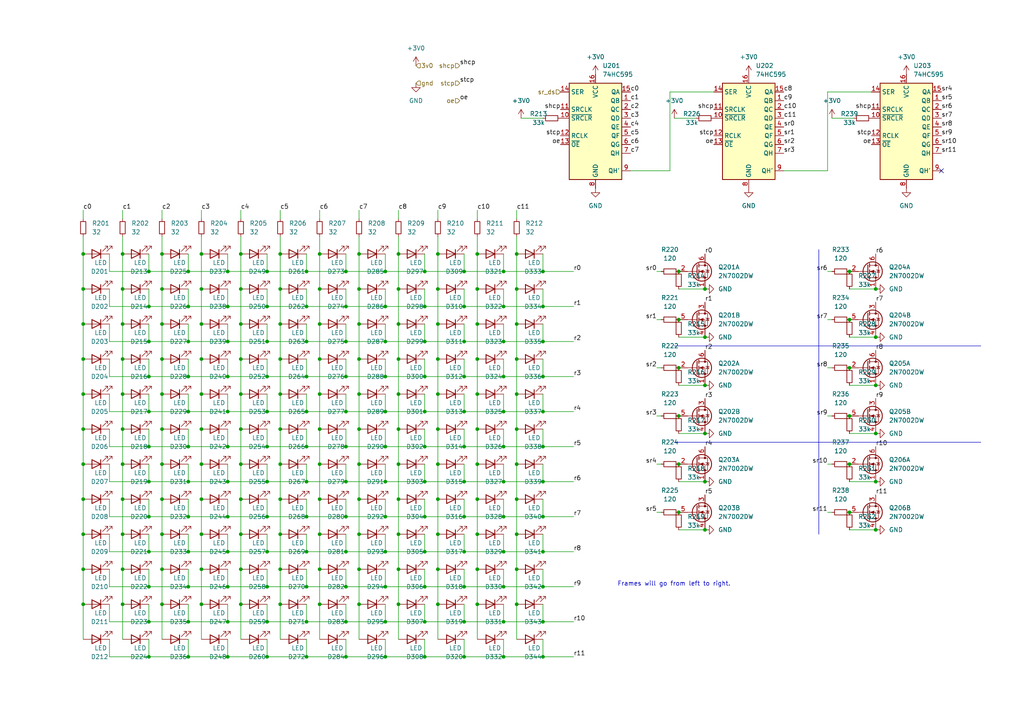
<source format=kicad_sch>
(kicad_sch (version 20230121) (generator eeschema)
  (paper "A4")
  (junction (at 100.33 129.54))
  (junction (at 24.13 154.94))
  (junction (at 138.43 175.26))
  (junction (at 54.61 129.54))
  (junction (at 100.33 99.06))
  (junction (at 24.13 104.14))
  (junction (at 111.76 170.18))
  (junction (at 69.85 104.14))
  (junction (at 81.28 73.66))
  (junction (at 123.19 139.7))
  (junction (at 54.61 78.74))
  (junction (at 46.99 104.14))
  (junction (at 92.71 93.98))
  (junction (at 66.04 99.06))
  (junction (at 115.57 73.66))
  (junction (at 66.04 160.02))
  (junction (at 196.85 106.68))
  (junction (at 54.61 139.7))
  (junction (at 100.33 78.74))
  (junction (at 35.56 175.26))
  (junction (at 43.18 190.5))
  (junction (at 88.9 78.74))
  (junction (at 111.76 99.06))
  (junction (at 69.85 154.94))
  (junction (at 246.38 120.65))
  (junction (at 138.43 134.62))
  (junction (at 92.71 144.78))
  (junction (at 115.57 154.94))
  (junction (at 157.48 119.38))
  (junction (at 43.18 170.18))
  (junction (at 254 83.82))
  (junction (at 134.62 88.9))
  (junction (at 58.42 93.98))
  (junction (at 43.18 149.86))
  (junction (at 35.56 73.66))
  (junction (at 81.28 124.46))
  (junction (at 138.43 93.98))
  (junction (at 146.05 149.86))
  (junction (at 157.48 149.86))
  (junction (at 54.61 119.38))
  (junction (at 127 104.14))
  (junction (at 35.56 144.78))
  (junction (at 104.14 154.94))
  (junction (at 104.14 165.1))
  (junction (at 149.86 93.98))
  (junction (at 88.9 170.18))
  (junction (at 123.19 149.86))
  (junction (at 81.28 93.98))
  (junction (at 66.04 149.86))
  (junction (at 196.85 92.71))
  (junction (at 24.13 73.66))
  (junction (at 246.38 92.71))
  (junction (at 69.85 114.3))
  (junction (at 111.76 139.7))
  (junction (at 66.04 78.74))
  (junction (at 149.86 134.62))
  (junction (at 77.47 139.7))
  (junction (at 77.47 190.5))
  (junction (at 157.48 88.9))
  (junction (at 54.61 88.9))
  (junction (at 100.33 139.7))
  (junction (at 58.42 144.78))
  (junction (at 92.71 124.46))
  (junction (at 104.14 83.82))
  (junction (at 35.56 134.62))
  (junction (at 134.62 99.06))
  (junction (at 204.47 97.79))
  (junction (at 146.05 109.22))
  (junction (at 24.13 134.62))
  (junction (at 69.85 165.1))
  (junction (at 46.99 134.62))
  (junction (at 123.19 119.38))
  (junction (at 127 83.82))
  (junction (at 157.48 78.74))
  (junction (at 123.19 109.22))
  (junction (at 69.85 124.46))
  (junction (at 77.47 119.38))
  (junction (at 134.62 129.54))
  (junction (at 123.19 160.02))
  (junction (at 58.42 165.1))
  (junction (at 54.61 170.18))
  (junction (at 146.05 78.74))
  (junction (at 138.43 114.3))
  (junction (at 104.14 124.46))
  (junction (at 115.57 114.3))
  (junction (at 134.62 190.5))
  (junction (at 81.28 154.94))
  (junction (at 196.85 120.65))
  (junction (at 127 154.94))
  (junction (at 127 73.66))
  (junction (at 104.14 144.78))
  (junction (at 127 134.62))
  (junction (at 100.33 119.38))
  (junction (at 77.47 88.9))
  (junction (at 104.14 134.62))
  (junction (at 24.13 83.82))
  (junction (at 104.14 93.98))
  (junction (at 92.71 73.66))
  (junction (at 123.19 88.9))
  (junction (at 204.47 125.73))
  (junction (at 77.47 99.06))
  (junction (at 24.13 124.46))
  (junction (at 58.42 175.26))
  (junction (at 246.38 134.62))
  (junction (at 149.86 73.66))
  (junction (at 77.47 160.02))
  (junction (at 157.48 180.34))
  (junction (at 88.9 109.22))
  (junction (at 123.19 190.5))
  (junction (at 66.04 129.54))
  (junction (at 43.18 119.38))
  (junction (at 149.86 154.94))
  (junction (at 146.05 88.9))
  (junction (at 100.33 160.02))
  (junction (at 134.62 170.18))
  (junction (at 81.28 114.3))
  (junction (at 157.48 139.7))
  (junction (at 58.42 124.46))
  (junction (at 77.47 180.34))
  (junction (at 115.57 104.14))
  (junction (at 35.56 165.1))
  (junction (at 35.56 154.94))
  (junction (at 104.14 73.66))
  (junction (at 123.19 78.74))
  (junction (at 46.99 114.3))
  (junction (at 35.56 104.14))
  (junction (at 204.47 83.82))
  (junction (at 92.71 114.3))
  (junction (at 43.18 129.54))
  (junction (at 127 175.26))
  (junction (at 246.38 78.74))
  (junction (at 111.76 160.02))
  (junction (at 146.05 180.34))
  (junction (at 77.47 129.54))
  (junction (at 204.47 153.67))
  (junction (at 138.43 83.82))
  (junction (at 66.04 109.22))
  (junction (at 149.86 114.3))
  (junction (at 43.18 180.34))
  (junction (at 69.85 175.26))
  (junction (at 66.04 180.34))
  (junction (at 138.43 144.78))
  (junction (at 123.19 99.06))
  (junction (at 123.19 129.54))
  (junction (at 92.71 83.82))
  (junction (at 146.05 119.38))
  (junction (at 196.85 134.62))
  (junction (at 35.56 114.3))
  (junction (at 196.85 148.59))
  (junction (at 69.85 93.98))
  (junction (at 157.48 99.06))
  (junction (at 111.76 149.86))
  (junction (at 54.61 109.22))
  (junction (at 115.57 93.98))
  (junction (at 111.76 190.5))
  (junction (at 24.13 144.78))
  (junction (at 43.18 139.7))
  (junction (at 88.9 149.86))
  (junction (at 88.9 88.9))
  (junction (at 46.99 144.78))
  (junction (at 204.47 139.7))
  (junction (at 104.14 114.3))
  (junction (at 88.9 160.02))
  (junction (at 58.42 114.3))
  (junction (at 254 125.73))
  (junction (at 24.13 93.98))
  (junction (at 127 114.3))
  (junction (at 69.85 134.62))
  (junction (at 157.48 129.54))
  (junction (at 69.85 144.78))
  (junction (at 24.13 165.1))
  (junction (at 149.86 124.46))
  (junction (at 88.9 129.54))
  (junction (at 111.76 119.38))
  (junction (at 81.28 165.1))
  (junction (at 149.86 175.26))
  (junction (at 54.61 160.02))
  (junction (at 92.71 134.62))
  (junction (at 254 97.79))
  (junction (at 81.28 144.78))
  (junction (at 92.71 104.14))
  (junction (at 43.18 99.06))
  (junction (at 254 139.7))
  (junction (at 66.04 88.9))
  (junction (at 66.04 170.18))
  (junction (at 24.13 175.26))
  (junction (at 149.86 165.1))
  (junction (at 88.9 139.7))
  (junction (at 134.62 119.38))
  (junction (at 46.99 73.66))
  (junction (at 115.57 134.62))
  (junction (at 88.9 190.5))
  (junction (at 100.33 88.9))
  (junction (at 46.99 83.82))
  (junction (at 138.43 104.14))
  (junction (at 100.33 190.5))
  (junction (at 46.99 175.26))
  (junction (at 149.86 144.78))
  (junction (at 111.76 129.54))
  (junction (at 138.43 73.66))
  (junction (at 24.13 114.3))
  (junction (at 149.86 83.82))
  (junction (at 157.48 190.5))
  (junction (at 46.99 154.94))
  (junction (at 54.61 180.34))
  (junction (at 157.48 109.22))
  (junction (at 123.19 180.34))
  (junction (at 35.56 83.82))
  (junction (at 77.47 109.22))
  (junction (at 146.05 99.06))
  (junction (at 254 153.67))
  (junction (at 43.18 160.02))
  (junction (at 92.71 154.94))
  (junction (at 134.62 180.34))
  (junction (at 157.48 160.02))
  (junction (at 58.42 83.82))
  (junction (at 111.76 78.74))
  (junction (at 127 165.1))
  (junction (at 77.47 78.74))
  (junction (at 123.19 170.18))
  (junction (at 104.14 175.26))
  (junction (at 134.62 78.74))
  (junction (at 134.62 160.02))
  (junction (at 54.61 149.86))
  (junction (at 81.28 83.82))
  (junction (at 138.43 165.1))
  (junction (at 81.28 104.14))
  (junction (at 88.9 99.06))
  (junction (at 58.42 73.66))
  (junction (at 35.56 124.46))
  (junction (at 66.04 139.7))
  (junction (at 111.76 109.22))
  (junction (at 196.85 78.74))
  (junction (at 146.05 190.5))
  (junction (at 46.99 165.1))
  (junction (at 43.18 88.9))
  (junction (at 58.42 134.62))
  (junction (at 115.57 175.26))
  (junction (at 100.33 170.18))
  (junction (at 111.76 180.34))
  (junction (at 138.43 154.94))
  (junction (at 146.05 129.54))
  (junction (at 134.62 109.22))
  (junction (at 246.38 106.68))
  (junction (at 134.62 149.86))
  (junction (at 149.86 104.14))
  (junction (at 111.76 88.9))
  (junction (at 88.9 119.38))
  (junction (at 157.48 170.18))
  (junction (at 81.28 134.62))
  (junction (at 115.57 144.78))
  (junction (at 254 111.76))
  (junction (at 146.05 139.7))
  (junction (at 69.85 73.66))
  (junction (at 54.61 99.06))
  (junction (at 100.33 180.34))
  (junction (at 88.9 180.34))
  (junction (at 127 144.78))
  (junction (at 104.14 104.14))
  (junction (at 246.38 148.59))
  (junction (at 115.57 165.1))
  (junction (at 66.04 190.5))
  (junction (at 35.56 93.98))
  (junction (at 146.05 170.18))
  (junction (at 127 93.98))
  (junction (at 69.85 83.82))
  (junction (at 58.42 104.14))
  (junction (at 115.57 124.46))
  (junction (at 138.43 124.46))
  (junction (at 115.57 83.82))
  (junction (at 58.42 154.94))
  (junction (at 134.62 139.7))
  (junction (at 43.18 109.22))
  (junction (at 46.99 93.98))
  (junction (at 92.71 165.1))
  (junction (at 127 124.46))
  (junction (at 66.04 119.38))
  (junction (at 146.05 160.02))
  (junction (at 92.71 175.26))
  (junction (at 46.99 124.46))
  (junction (at 54.61 190.5))
  (junction (at 100.33 109.22))
  (junction (at 204.47 111.76))
  (junction (at 77.47 170.18))
  (junction (at 100.33 149.86))
  (junction (at 43.18 78.74))
  (junction (at 81.28 175.26))
  (junction (at 77.47 149.86))
  (no_connect (at 273.05 49.53))
  (wire (pts (xy 134.62 99.06) (xy 123.19 99.06)))
  (wire (pts (xy 123.19 88.9) (xy 111.76 88.9)))
  (wire (pts (xy 115.57 93.98) (xy 115.57 104.14)))
  (wire (pts (xy 81.28 114.3) (xy 81.28 124.46)))
  (wire (pts (xy 138.43 73.66) (xy 138.43 83.82)))
  (wire (pts (xy 146.05 144.78) (xy 146.05 149.86)))
  (wire (pts (xy 100.33 124.46) (xy 100.33 129.54)))
  (wire (pts (xy 31.75 88.9) (xy 31.75 83.82)))
  (wire (pts (xy 88.9 149.86) (xy 100.33 149.86)))
  (wire (pts (xy 127 63.5) (xy 127 60.96)))
  (wire (pts (xy 43.18 114.3) (xy 43.18 119.38)))
  (wire (pts (xy 88.9 93.98) (xy 88.9 99.06)))
  (wire (pts (xy 134.62 78.74) (xy 123.19 78.74)))
  (wire (pts (xy 31.75 149.86) (xy 43.18 149.86)))
  (wire (pts (xy 58.42 165.1) (xy 58.42 175.26)))
  (wire (pts (xy 146.05 99.06) (xy 134.62 99.06)))
  (wire (pts (xy 46.99 93.98) (xy 46.99 104.14)))
  (wire (pts (xy 31.75 78.74) (xy 31.75 73.66)))
  (wire (pts (xy 190.5 134.62) (xy 191.77 134.62)))
  (wire (pts (xy 81.28 68.58) (xy 81.28 73.66)))
  (wire (pts (xy 146.05 119.38) (xy 134.62 119.38)))
  (wire (pts (xy 77.47 180.34) (xy 66.04 180.34)))
  (wire (pts (xy 66.04 78.74) (xy 54.61 78.74)))
  (wire (pts (xy 157.48 114.3) (xy 157.48 119.38)))
  (wire (pts (xy 123.19 124.46) (xy 123.19 129.54)))
  (wire (pts (xy 100.33 93.98) (xy 100.33 99.06)))
  (wire (pts (xy 77.47 165.1) (xy 77.47 170.18)))
  (wire (pts (xy 115.57 73.66) (xy 115.57 83.82)))
  (wire (pts (xy 138.43 175.26) (xy 138.43 185.42)))
  (wire (pts (xy 100.33 175.26) (xy 100.33 180.34)))
  (wire (pts (xy 69.85 175.26) (xy 69.85 185.42)))
  (wire (pts (xy 31.75 139.7) (xy 43.18 139.7)))
  (wire (pts (xy 69.85 154.94) (xy 69.85 165.1)))
  (wire (pts (xy 127 93.98) (xy 127 104.14)))
  (wire (pts (xy 104.14 134.62) (xy 104.14 144.78)))
  (wire (pts (xy 196.85 125.73) (xy 204.47 125.73)))
  (wire (pts (xy 88.9 83.82) (xy 88.9 88.9)))
  (wire (pts (xy 157.48 149.86) (xy 166.37 149.86)))
  (wire (pts (xy 123.19 73.66) (xy 123.19 78.74)))
  (polyline (pts (xy 237.49 72.39) (xy 237.49 154.94)))
  (wire (pts (xy 92.71 124.46) (xy 92.71 134.62)))
  (wire (pts (xy 88.9 170.18) (xy 77.47 170.18)))
  (wire (pts (xy 127 124.46) (xy 127 134.62)))
  (wire (pts (xy 134.62 175.26) (xy 134.62 180.34)))
  (wire (pts (xy 134.62 73.66) (xy 134.62 78.74)))
  (wire (pts (xy 100.33 139.7) (xy 111.76 139.7)))
  (wire (pts (xy 24.13 114.3) (xy 24.13 124.46)))
  (wire (pts (xy 240.03 92.71) (xy 241.3 92.71)))
  (wire (pts (xy 123.19 165.1) (xy 123.19 170.18)))
  (wire (pts (xy 81.28 154.94) (xy 81.28 165.1)))
  (wire (pts (xy 88.9 185.42) (xy 88.9 190.5)))
  (wire (pts (xy 115.57 114.3) (xy 115.57 124.46)))
  (wire (pts (xy 149.86 144.78) (xy 149.86 154.94)))
  (wire (pts (xy 111.76 160.02) (xy 100.33 160.02)))
  (wire (pts (xy 196.85 139.7) (xy 204.47 139.7)))
  (wire (pts (xy 123.19 119.38) (xy 111.76 119.38)))
  (wire (pts (xy 24.13 165.1) (xy 24.13 175.26)))
  (wire (pts (xy 146.05 154.94) (xy 146.05 160.02)))
  (wire (pts (xy 111.76 170.18) (xy 100.33 170.18)))
  (wire (pts (xy 66.04 154.94) (xy 66.04 160.02)))
  (wire (pts (xy 134.62 160.02) (xy 123.19 160.02)))
  (wire (pts (xy 111.76 154.94) (xy 111.76 160.02)))
  (wire (pts (xy 157.48 119.38) (xy 146.05 119.38)))
  (wire (pts (xy 111.76 119.38) (xy 100.33 119.38)))
  (wire (pts (xy 134.62 88.9) (xy 123.19 88.9)))
  (wire (pts (xy 54.61 114.3) (xy 54.61 119.38)))
  (wire (pts (xy 88.9 114.3) (xy 88.9 119.38)))
  (wire (pts (xy 31.75 119.38) (xy 31.75 114.3)))
  (wire (pts (xy 43.18 144.78) (xy 43.18 149.86)))
  (wire (pts (xy 31.75 190.5) (xy 31.75 185.42)))
  (wire (pts (xy 58.42 134.62) (xy 58.42 144.78)))
  (wire (pts (xy 240.03 134.62) (xy 241.3 134.62)))
  (wire (pts (xy 146.05 149.86) (xy 157.48 149.86)))
  (wire (pts (xy 240.03 78.74) (xy 241.3 78.74)))
  (wire (pts (xy 123.19 185.42) (xy 123.19 190.5)))
  (wire (pts (xy 157.48 160.02) (xy 146.05 160.02)))
  (wire (pts (xy 46.99 63.5) (xy 46.99 60.96)))
  (wire (pts (xy 123.19 154.94) (xy 123.19 160.02)))
  (wire (pts (xy 35.56 83.82) (xy 35.56 93.98)))
  (wire (pts (xy 111.76 88.9) (xy 100.33 88.9)))
  (wire (pts (xy 35.56 154.94) (xy 35.56 165.1)))
  (wire (pts (xy 88.9 180.34) (xy 77.47 180.34)))
  (wire (pts (xy 149.86 124.46) (xy 149.86 134.62)))
  (wire (pts (xy 227.33 49.53) (xy 240.03 49.53)))
  (wire (pts (xy 127 175.26) (xy 127 185.42)))
  (wire (pts (xy 58.42 68.58) (xy 58.42 73.66)))
  (wire (pts (xy 100.33 99.06) (xy 88.9 99.06)))
  (wire (pts (xy 24.13 175.26) (xy 24.13 185.42)))
  (wire (pts (xy 77.47 129.54) (xy 66.04 129.54)))
  (wire (pts (xy 123.19 78.74) (xy 111.76 78.74)))
  (wire (pts (xy 88.9 99.06) (xy 77.47 99.06)))
  (wire (pts (xy 100.33 129.54) (xy 88.9 129.54)))
  (wire (pts (xy 123.19 139.7) (xy 134.62 139.7)))
  (wire (pts (xy 157.48 185.42) (xy 157.48 190.5)))
  (wire (pts (xy 149.86 73.66) (xy 149.86 83.82)))
  (wire (pts (xy 190.5 78.74) (xy 191.77 78.74)))
  (wire (pts (xy 100.33 88.9) (xy 88.9 88.9)))
  (wire (pts (xy 43.18 139.7) (xy 54.61 139.7)))
  (wire (pts (xy 111.76 78.74) (xy 100.33 78.74)))
  (wire (pts (xy 31.75 99.06) (xy 31.75 93.98)))
  (wire (pts (xy 123.19 83.82) (xy 123.19 88.9)))
  (wire (pts (xy 104.14 93.98) (xy 104.14 104.14)))
  (wire (pts (xy 157.48 83.82) (xy 157.48 88.9)))
  (wire (pts (xy 54.61 139.7) (xy 66.04 139.7)))
  (wire (pts (xy 54.61 134.62) (xy 54.61 139.7)))
  (wire (pts (xy 157.48 109.22) (xy 146.05 109.22)))
  (wire (pts (xy 111.76 144.78) (xy 111.76 149.86)))
  (wire (pts (xy 77.47 154.94) (xy 77.47 160.02)))
  (wire (pts (xy 66.04 139.7) (xy 77.47 139.7)))
  (wire (pts (xy 134.62 149.86) (xy 146.05 149.86)))
  (wire (pts (xy 149.86 104.14) (xy 149.86 114.3)))
  (wire (pts (xy 66.04 160.02) (xy 54.61 160.02)))
  (wire (pts (xy 69.85 93.98) (xy 69.85 104.14)))
  (wire (pts (xy 43.18 119.38) (xy 31.75 119.38)))
  (wire (pts (xy 66.04 99.06) (xy 54.61 99.06)))
  (wire (pts (xy 46.99 175.26) (xy 46.99 185.42)))
  (wire (pts (xy 123.19 104.14) (xy 123.19 109.22)))
  (wire (pts (xy 92.71 83.82) (xy 92.71 93.98)))
  (wire (pts (xy 100.33 114.3) (xy 100.33 119.38)))
  (wire (pts (xy 54.61 109.22) (xy 43.18 109.22)))
  (wire (pts (xy 127 165.1) (xy 127 175.26)))
  (wire (pts (xy 149.86 165.1) (xy 149.86 175.26)))
  (wire (pts (xy 43.18 160.02) (xy 31.75 160.02)))
  (wire (pts (xy 123.19 160.02) (xy 111.76 160.02)))
  (wire (pts (xy 240.03 120.65) (xy 241.3 120.65)))
  (wire (pts (xy 88.9 175.26) (xy 88.9 180.34)))
  (wire (pts (xy 77.47 124.46) (xy 77.47 129.54)))
  (wire (pts (xy 43.18 180.34) (xy 31.75 180.34)))
  (wire (pts (xy 157.48 88.9) (xy 146.05 88.9)))
  (wire (pts (xy 92.71 63.5) (xy 92.71 60.96)))
  (wire (pts (xy 246.38 83.82) (xy 254 83.82)))
  (wire (pts (xy 58.42 63.5) (xy 58.42 60.96)))
  (wire (pts (xy 134.62 170.18) (xy 123.19 170.18)))
  (wire (pts (xy 246.38 97.79) (xy 254 97.79)))
  (wire (pts (xy 66.04 83.82) (xy 66.04 88.9)))
  (wire (pts (xy 69.85 114.3) (xy 69.85 124.46)))
  (wire (pts (xy 35.56 114.3) (xy 35.56 124.46)))
  (wire (pts (xy 77.47 99.06) (xy 66.04 99.06)))
  (wire (pts (xy 104.14 68.58) (xy 104.14 73.66)))
  (wire (pts (xy 69.85 73.66) (xy 69.85 83.82)))
  (wire (pts (xy 166.37 99.06) (xy 157.48 99.06)))
  (wire (pts (xy 43.18 165.1) (xy 43.18 170.18)))
  (wire (pts (xy 115.57 165.1) (xy 115.57 175.26)))
  (wire (pts (xy 104.14 154.94) (xy 104.14 165.1)))
  (wire (pts (xy 92.71 154.94) (xy 92.71 165.1)))
  (wire (pts (xy 92.71 165.1) (xy 92.71 175.26)))
  (wire (pts (xy 81.28 104.14) (xy 81.28 114.3)))
  (wire (pts (xy 35.56 144.78) (xy 35.56 154.94)))
  (wire (pts (xy 134.62 139.7) (xy 146.05 139.7)))
  (wire (pts (xy 46.99 73.66) (xy 46.99 83.82)))
  (wire (pts (xy 111.76 185.42) (xy 111.76 190.5)))
  (wire (pts (xy 123.19 99.06) (xy 111.76 99.06)))
  (wire (pts (xy 146.05 165.1) (xy 146.05 170.18)))
  (wire (pts (xy 157.48 170.18) (xy 146.05 170.18)))
  (wire (pts (xy 66.04 149.86) (xy 77.47 149.86)))
  (wire (pts (xy 43.18 190.5) (xy 31.75 190.5)))
  (wire (pts (xy 111.76 149.86) (xy 123.19 149.86)))
  (wire (pts (xy 104.14 165.1) (xy 104.14 175.26)))
  (wire (pts (xy 88.9 154.94) (xy 88.9 160.02)))
  (wire (pts (xy 31.75 180.34) (xy 31.75 175.26)))
  (wire (pts (xy 66.04 134.62) (xy 66.04 139.7)))
  (wire (pts (xy 31.75 160.02) (xy 31.75 154.94)))
  (wire (pts (xy 58.42 144.78) (xy 58.42 154.94)))
  (wire (pts (xy 134.62 154.94) (xy 134.62 160.02)))
  (wire (pts (xy 146.05 170.18) (xy 134.62 170.18)))
  (wire (pts (xy 240.03 26.67) (xy 252.73 26.67)))
  (wire (pts (xy 43.18 129.54) (xy 31.75 129.54)))
  (wire (pts (xy 100.33 185.42) (xy 100.33 190.5)))
  (wire (pts (xy 166.37 88.9) (xy 157.48 88.9)))
  (wire (pts (xy 43.18 124.46) (xy 43.18 129.54)))
  (wire (pts (xy 100.33 180.34) (xy 88.9 180.34)))
  (wire (pts (xy 54.61 180.34) (xy 43.18 180.34)))
  (wire (pts (xy 24.13 83.82) (xy 24.13 93.98)))
  (wire (pts (xy 88.9 109.22) (xy 77.47 109.22)))
  (wire (pts (xy 88.9 139.7) (xy 100.33 139.7)))
  (wire (pts (xy 35.56 175.26) (xy 35.56 185.42)))
  (wire (pts (xy 92.71 104.14) (xy 92.71 114.3)))
  (wire (pts (xy 54.61 185.42) (xy 54.61 190.5)))
  (wire (pts (xy 149.86 83.82) (xy 149.86 93.98)))
  (wire (pts (xy 115.57 83.82) (xy 115.57 93.98)))
  (wire (pts (xy 92.71 144.78) (xy 92.71 154.94)))
  (wire (pts (xy 127 144.78) (xy 127 154.94)))
  (wire (pts (xy 43.18 88.9) (xy 31.75 88.9)))
  (wire (pts (xy 111.76 109.22) (xy 100.33 109.22)))
  (wire (pts (xy 54.61 149.86) (xy 66.04 149.86)))
  (wire (pts (xy 58.42 83.82) (xy 58.42 93.98)))
  (wire (pts (xy 134.62 109.22) (xy 123.19 109.22)))
  (wire (pts (xy 24.13 134.62) (xy 24.13 144.78)))
  (wire (pts (xy 88.9 165.1) (xy 88.9 170.18)))
  (wire (pts (xy 157.48 78.74) (xy 146.05 78.74)))
  (wire (pts (xy 81.28 144.78) (xy 81.28 154.94)))
  (wire (pts (xy 157.48 180.34) (xy 146.05 180.34)))
  (wire (pts (xy 88.9 190.5) (xy 77.47 190.5)))
  (wire (pts (xy 111.76 124.46) (xy 111.76 129.54)))
  (wire (pts (xy 196.85 97.79) (xy 204.47 97.79)))
  (wire (pts (xy 104.14 144.78) (xy 104.14 154.94)))
  (wire (pts (xy 100.33 78.74) (xy 88.9 78.74)))
  (wire (pts (xy 35.56 68.58) (xy 35.56 73.66)))
  (wire (pts (xy 66.04 180.34) (xy 54.61 180.34)))
  (wire (pts (xy 191.77 92.71) (xy 190.5 92.71)))
  (wire (pts (xy 77.47 83.82) (xy 77.47 88.9)))
  (wire (pts (xy 69.85 63.5) (xy 69.85 60.96)))
  (wire (pts (xy 100.33 104.14) (xy 100.33 109.22)))
  (wire (pts (xy 58.42 73.66) (xy 58.42 83.82)))
  (wire (pts (xy 149.86 134.62) (xy 149.86 144.78)))
  (wire (pts (xy 100.33 134.62) (xy 100.33 139.7)))
  (wire (pts (xy 104.14 175.26) (xy 104.14 185.42)))
  (wire (pts (xy 54.61 119.38) (xy 43.18 119.38)))
  (wire (pts (xy 115.57 154.94) (xy 115.57 165.1)))
  (wire (pts (xy 66.04 114.3) (xy 66.04 119.38)))
  (wire (pts (xy 134.62 129.54) (xy 123.19 129.54)))
  (wire (pts (xy 54.61 104.14) (xy 54.61 109.22)))
  (wire (pts (xy 66.04 119.38) (xy 54.61 119.38)))
  (wire (pts (xy 246.38 111.76) (xy 254 111.76)))
  (wire (pts (xy 138.43 104.14) (xy 138.43 114.3)))
  (wire (pts (xy 111.76 83.82) (xy 111.76 88.9)))
  (wire (pts (xy 24.13 93.98) (xy 24.13 104.14)))
  (wire (pts (xy 43.18 104.14) (xy 43.18 109.22)))
  (wire (pts (xy 24.13 124.46) (xy 24.13 134.62)))
  (wire (pts (xy 104.14 63.5) (xy 104.14 60.96)))
  (wire (pts (xy 35.56 124.46) (xy 35.56 134.62)))
  (wire (pts (xy 134.62 185.42) (xy 134.62 190.5)))
  (wire (pts (xy 43.18 185.42) (xy 43.18 190.5)))
  (wire (pts (xy 182.88 49.53) (xy 194.31 49.53)))
  (wire (pts (xy 66.04 175.26) (xy 66.04 180.34)))
  (wire (pts (xy 54.61 154.94) (xy 54.61 160.02)))
  (wire (pts (xy 123.19 170.18) (xy 111.76 170.18)))
  (wire (pts (xy 157.48 139.7) (xy 166.37 139.7)))
  (wire (pts (xy 81.28 73.66) (xy 81.28 83.82)))
  (wire (pts (xy 190.5 106.68) (xy 191.77 106.68)))
  (wire (pts (xy 54.61 165.1) (xy 54.61 170.18)))
  (wire (pts (xy 43.18 134.62) (xy 43.18 139.7)))
  (wire (pts (xy 54.61 73.66) (xy 54.61 78.74)))
  (wire (pts (xy 35.56 134.62) (xy 35.56 144.78)))
  (wire (pts (xy 111.76 73.66) (xy 111.76 78.74)))
  (wire (pts (xy 31.75 109.22) (xy 31.75 104.14)))
  (wire (pts (xy 35.56 93.98) (xy 35.56 104.14)))
  (wire (pts (xy 81.28 175.26) (xy 81.28 185.42)))
  (wire (pts (xy 123.19 144.78) (xy 123.19 149.86)))
  (wire (pts (xy 24.13 104.14) (xy 24.13 114.3)))
  (wire (pts (xy 134.62 144.78) (xy 134.62 149.86)))
  (wire (pts (xy 166.37 170.18) (xy 157.48 170.18)))
  (wire (pts (xy 46.99 104.14) (xy 46.99 114.3)))
  (wire (pts (xy 43.18 99.06) (xy 31.75 99.06)))
  (wire (pts (xy 157.48 99.06) (xy 146.05 99.06)))
  (wire (pts (xy 54.61 129.54) (xy 43.18 129.54)))
  (wire (pts (xy 134.62 83.82) (xy 134.62 88.9)))
  (wire (pts (xy 31.75 134.62) (xy 31.75 139.7)))
  (wire (pts (xy 127 73.66) (xy 127 83.82)))
  (wire (pts (xy 127 114.3) (xy 127 124.46)))
  (wire (pts (xy 115.57 175.26) (xy 115.57 185.42)))
  (wire (pts (xy 58.42 154.94) (xy 58.42 165.1)))
  (wire (pts (xy 146.05 185.42) (xy 146.05 190.5)))
  (wire (pts (xy 123.19 149.86) (xy 134.62 149.86)))
  (wire (pts (xy 46.99 68.58) (xy 46.99 73.66)))
  (wire (pts (xy 111.76 134.62) (xy 111.76 139.7)))
  (wire (pts (xy 134.62 119.38) (xy 123.19 119.38)))
  (wire (pts (xy 81.28 124.46) (xy 81.28 134.62)))
  (wire (pts (xy 77.47 88.9) (xy 66.04 88.9)))
  (wire (pts (xy 35.56 73.66) (xy 35.56 83.82)))
  (wire (pts (xy 123.19 190.5) (xy 111.76 190.5)))
  (wire (pts (xy 54.61 83.82) (xy 54.61 88.9)))
  (wire (pts (xy 123.19 129.54) (xy 111.76 129.54)))
  (wire (pts (xy 77.47 139.7) (xy 88.9 139.7)))
  (wire (pts (xy 111.76 165.1) (xy 111.76 170.18)))
  (wire (pts (xy 166.37 180.34) (xy 157.48 180.34)))
  (wire (pts (xy 69.85 144.78) (xy 69.85 154.94)))
  (wire (pts (xy 146.05 109.22) (xy 134.62 109.22)))
  (wire (pts (xy 111.76 175.26) (xy 111.76 180.34)))
  (wire (pts (xy 54.61 190.5) (xy 43.18 190.5)))
  (wire (pts (xy 88.9 160.02) (xy 77.47 160.02)))
  (wire (pts (xy 69.85 83.82) (xy 69.85 93.98)))
  (wire (pts (xy 88.9 78.74) (xy 77.47 78.74)))
  (wire (pts (xy 246.38 153.67) (xy 254 153.67)))
  (wire (pts (xy 92.71 68.58) (xy 92.71 73.66)))
  (wire (pts (xy 66.04 88.9) (xy 54.61 88.9)))
  (wire (pts (xy 146.05 139.7) (xy 157.48 139.7)))
  (wire (pts (xy 138.43 63.5) (xy 138.43 60.96)))
  (wire (pts (xy 54.61 175.26) (xy 54.61 180.34)))
  (wire (pts (xy 43.18 175.26) (xy 43.18 180.34)))
  (wire (pts (xy 77.47 170.18) (xy 66.04 170.18)))
  (polyline (pts (xy 195.58 100.33) (xy 284.48 100.33)))
  (wire (pts (xy 157.48 165.1) (xy 157.48 170.18)))
  (wire (pts (xy 240.03 148.59) (xy 241.3 148.59)))
  (wire (pts (xy 58.42 104.14) (xy 58.42 114.3)))
  (wire (pts (xy 146.05 134.62) (xy 146.05 139.7)))
  (wire (pts (xy 54.61 99.06) (xy 43.18 99.06)))
  (wire (pts (xy 138.43 83.82) (xy 138.43 93.98)))
  (wire (pts (xy 100.33 165.1) (xy 100.33 170.18)))
  (wire (pts (xy 77.47 185.42) (xy 77.47 190.5)))
  (wire (pts (xy 92.71 134.62) (xy 92.71 144.78)))
  (wire (pts (xy 77.47 104.14) (xy 77.47 109.22)))
  (wire (pts (xy 69.85 165.1) (xy 69.85 175.26)))
  (wire (pts (xy 100.33 160.02) (xy 88.9 160.02)))
  (wire (pts (xy 111.76 139.7) (xy 123.19 139.7)))
  (wire (pts (xy 190.5 148.59) (xy 191.77 148.59)))
  (wire (pts (xy 54.61 124.46) (xy 54.61 129.54)))
  (wire (pts (xy 54.61 144.78) (xy 54.61 149.86)))
  (wire (pts (xy 157.48 129.54) (xy 146.05 129.54)))
  (wire (pts (xy 100.33 119.38) (xy 88.9 119.38)))
  (wire (pts (xy 88.9 88.9) (xy 77.47 88.9)))
  (wire (pts (xy 69.85 134.62) (xy 69.85 144.78)))
  (wire (pts (xy 92.71 73.66) (xy 92.71 83.82)))
  (wire (pts (xy 100.33 73.66) (xy 100.33 78.74)))
  (wire (pts (xy 43.18 170.18) (xy 31.75 170.18)))
  (wire (pts (xy 111.76 114.3) (xy 111.76 119.38)))
  (wire (pts (xy 66.04 190.5) (xy 54.61 190.5)))
  (wire (pts (xy 134.62 93.98) (xy 134.62 99.06)))
  (wire (pts (xy 138.43 93.98) (xy 138.43 104.14)))
  (wire (pts (xy 54.61 160.02) (xy 43.18 160.02)))
  (wire (pts (xy 77.47 73.66) (xy 77.47 78.74)))
  (wire (pts (xy 88.9 144.78) (xy 88.9 149.86)))
  (polyline (pts (xy 195.58 128.27) (xy 284.48 128.27)))
  (wire (pts (xy 196.85 83.82) (xy 204.47 83.82)))
  (wire (pts (xy 77.47 78.74) (xy 66.04 78.74)))
  (wire (pts (xy 24.13 154.94) (xy 24.13 165.1)))
  (wire (pts (xy 31.75 170.18) (xy 31.75 165.1)))
  (wire (pts (xy 111.76 190.5) (xy 100.33 190.5)))
  (wire (pts (xy 43.18 73.66) (xy 43.18 78.74)))
  (wire (pts (xy 195.58 34.29) (xy 201.93 34.29)))
  (wire (pts (xy 58.42 93.98) (xy 58.42 104.14)))
  (wire (pts (xy 104.14 83.82) (xy 104.14 93.98)))
  (wire (pts (xy 35.56 63.5) (xy 35.56 60.96)))
  (wire (pts (xy 146.05 104.14) (xy 146.05 109.22)))
  (wire (pts (xy 123.19 134.62) (xy 123.19 139.7)))
  (wire (pts (xy 115.57 104.14) (xy 115.57 114.3)))
  (wire (pts (xy 146.05 83.82) (xy 146.05 88.9)))
  (wire (pts (xy 43.18 154.94) (xy 43.18 160.02)))
  (wire (pts (xy 146.05 160.02) (xy 134.62 160.02)))
  (wire (pts (xy 134.62 124.46) (xy 134.62 129.54)))
  (wire (pts (xy 194.31 26.67) (xy 207.01 26.67)))
  (wire (pts (xy 146.05 129.54) (xy 134.62 129.54)))
  (wire (pts (xy 77.47 134.62) (xy 77.47 139.7)))
  (wire (pts (xy 166.37 129.54) (xy 157.48 129.54)))
  (wire (pts (xy 46.99 124.46) (xy 46.99 134.62)))
  (wire (pts (xy 146.05 114.3) (xy 146.05 119.38)))
  (wire (pts (xy 66.04 73.66) (xy 66.04 78.74)))
  (wire (pts (xy 115.57 63.5) (xy 115.57 60.96)))
  (wire (pts (xy 81.28 63.5) (xy 81.28 60.96)))
  (wire (pts (xy 104.14 124.46) (xy 104.14 134.62)))
  (wire (pts (xy 138.43 154.94) (xy 138.43 165.1)))
  (wire (pts (xy 24.13 63.5) (xy 24.13 60.96)))
  (wire (pts (xy 81.28 83.82) (xy 81.28 93.98)))
  (wire (pts (xy 111.76 129.54) (xy 100.33 129.54)))
  (wire (pts (xy 81.28 165.1) (xy 81.28 175.26)))
  (wire (pts (xy 77.47 149.86) (xy 88.9 149.86)))
  (wire (pts (xy 115.57 134.62) (xy 115.57 144.78)))
  (wire (pts (xy 157.48 73.66) (xy 157.48 78.74)))
  (wire (pts (xy 157.48 144.78) (xy 157.48 149.86)))
  (wire (pts (xy 115.57 68.58) (xy 115.57 73.66)))
  (wire (pts (xy 111.76 93.98) (xy 111.76 99.06)))
  (wire (pts (xy 166.37 160.02) (xy 157.48 160.02)))
  (wire (pts (xy 111.76 180.34) (xy 100.33 180.34)))
  (wire (pts (xy 157.48 124.46) (xy 157.48 129.54)))
  (wire (pts (xy 138.43 68.58) (xy 138.43 73.66)))
  (wire (pts (xy 123.19 93.98) (xy 123.19 99.06)))
  (wire (pts (xy 246.38 139.7) (xy 254 139.7)))
  (wire (pts (xy 134.62 180.34) (xy 123.19 180.34)))
  (wire (pts (xy 123.19 180.34) (xy 111.76 180.34)))
  (wire (pts (xy 100.33 154.94) (xy 100.33 160.02)))
  (wire (pts (xy 166.37 78.74) (xy 157.48 78.74)))
  (wire (pts (xy 104.14 73.66) (xy 104.14 83.82)))
  (wire (pts (xy 66.04 124.46) (xy 66.04 129.54)))
  (wire (pts (xy 88.9 73.66) (xy 88.9 78.74)))
  (wire (pts (xy 92.71 175.26) (xy 92.71 185.42)))
  (wire (pts (xy 54.61 78.74) (xy 43.18 78.74)))
  (wire (pts (xy 77.47 190.5) (xy 66.04 190.5)))
  (wire (pts (xy 66.04 93.98) (xy 66.04 99.06)))
  (wire (pts (xy 134.62 114.3) (xy 134.62 119.38)))
  (wire (pts (xy 46.99 134.62) (xy 46.99 144.78)))
  (wire (pts (xy 166.37 119.38) (xy 157.48 119.38)))
  (wire (pts (xy 146.05 78.74) (xy 134.62 78.74)))
  (wire (pts (xy 46.99 83.82) (xy 46.99 93.98)))
  (wire (pts (xy 66.04 104.14) (xy 66.04 109.22)))
  (wire (pts (xy 100.33 83.82) (xy 100.33 88.9)))
  (wire (pts (xy 77.47 175.26) (xy 77.47 180.34)))
  (wire (pts (xy 81.28 93.98) (xy 81.28 104.14)))
  (wire (pts (xy 88.9 129.54) (xy 77.47 129.54)))
  (wire (pts (xy 35.56 165.1) (xy 35.56 175.26)))
  (wire (pts (xy 157.48 104.14) (xy 157.48 109.22)))
  (wire (pts (xy 31.75 129.54) (xy 31.75 124.46)))
  (wire (pts (xy 46.99 154.94) (xy 46.99 165.1)))
  (wire (pts (xy 24.13 73.66) (xy 24.13 83.82)))
  (wire (pts (xy 157.48 134.62) (xy 157.48 139.7)))
  (wire (pts (xy 138.43 114.3) (xy 138.43 124.46)))
  (wire (pts (xy 46.99 114.3) (xy 46.99 124.46)))
  (wire (pts (xy 43.18 149.86) (xy 54.61 149.86)))
  (wire (pts (xy 246.38 125.73) (xy 254 125.73)))
  (wire (pts (xy 146.05 180.34) (xy 134.62 180.34)))
  (wire (pts (xy 196.85 153.67) (xy 204.47 153.67)))
  (wire (pts (xy 92.71 114.3) (xy 92.71 124.46)))
  (wire (pts (xy 146.05 93.98) (xy 146.05 99.06)))
  (wire (pts (xy 104.14 104.14) (xy 104.14 114.3)))
  (wire (pts (xy 166.37 109.22) (xy 157.48 109.22)))
  (wire (pts (xy 138.43 134.62) (xy 138.43 144.78)))
  (wire (pts (xy 146.05 175.26) (xy 146.05 180.34)))
  (wire (pts (xy 100.33 149.86) (xy 111.76 149.86)))
  (wire (pts (xy 127 104.14) (xy 127 114.3)))
  (wire (pts (xy 66.04 185.42) (xy 66.04 190.5)))
  (wire (pts (xy 77.47 144.78) (xy 77.47 149.86)))
  (wire (pts (xy 194.31 49.53) (xy 194.31 26.67)))
  (wire (pts (xy 24.13 144.78) (xy 24.13 154.94)))
  (wire (pts (xy 43.18 78.74) (xy 31.75 78.74)))
  (wire (pts (xy 115.57 144.78) (xy 115.57 154.94)))
  (wire (pts (xy 31.75 144.78) (xy 31.75 149.86)))
  (wire (pts (xy 146.05 88.9) (xy 134.62 88.9)))
  (wire (pts (xy 24.13 68.58) (xy 24.13 73.66)))
  (wire (pts (xy 46.99 165.1) (xy 46.99 175.26)))
  (wire (pts (xy 134.62 165.1) (xy 134.62 170.18)))
  (wire (pts (xy 157.48 175.26) (xy 157.48 180.34)))
  (wire (pts (xy 134.62 190.5) (xy 123.19 190.5)))
  (wire (pts (xy 100.33 109.22) (xy 88.9 109.22)))
  (wire (pts (xy 77.47 119.38) (xy 66.04 119.38)))
  (wire (pts (xy 123.19 109.22) (xy 111.76 109.22)))
  (wire (pts (xy 58.42 114.3) (xy 58.42 124.46)))
  (wire (pts (xy 69.85 68.58) (xy 69.85 73.66)))
  (wire (pts (xy 88.9 124.46) (xy 88.9 129.54)))
  (wire (pts (xy 196.85 111.76) (xy 204.47 111.76)))
  (wire (pts (xy 157.48 190.5) (xy 146.05 190.5)))
  (wire (pts (xy 66.04 144.78) (xy 66.04 149.86)))
  (wire (pts (xy 43.18 83.82) (xy 43.18 88.9)))
  (wire (pts (xy 151.13 34.29) (xy 157.48 34.29)))
  (wire (pts (xy 77.47 160.02) (xy 66.04 160.02)))
  (wire (pts (xy 149.86 154.94) (xy 149.86 165.1)))
  (wire (pts (xy 149.86 114.3) (xy 149.86 124.46)))
  (wire (pts (xy 123.19 175.26) (xy 123.19 180.34)))
  (wire (pts (xy 127 154.94) (xy 127 165.1)))
  (wire (pts (xy 240.03 106.68) (xy 241.3 106.68)))
  (wire (pts (xy 127 68.58) (xy 127 73.66)))
  (wire (pts (xy 123.19 114.3) (xy 123.19 119.38)))
  (wire (pts (xy 35.56 104.14) (xy 35.56 114.3)))
  (wire (pts (xy 54.61 93.98) (xy 54.61 99.06)))
  (wire (pts (xy 157.48 154.94) (xy 157.48 160.02)))
  (wire (pts (xy 92.71 93.98) (xy 92.71 104.14)))
  (wire (pts (xy 100.33 170.18) (xy 88.9 170.18)))
  (wire (pts (xy 166.37 190.5) (xy 157.48 190.5)))
  (wire (pts (xy 138.43 124.46) (xy 138.43 134.62)))
  (wire (pts (xy 111.76 99.06) (xy 100.33 99.06)))
  (wire (pts (xy 127 83.82) (xy 127 93.98)))
  (wire (pts (xy 69.85 104.14) (xy 69.85 114.3)))
  (wire (pts (xy 54.61 88.9) (xy 43.18 88.9)))
  (wire (pts (xy 100.33 190.5) (xy 88.9 190.5)))
  (wire (pts (xy 66.04 129.54) (xy 54.61 129.54)))
  (wire (pts (xy 46.99 144.78) (xy 46.99 154.94)))
  (wire (pts (xy 104.14 114.3) (xy 104.14 124.46)))
  (wire (pts (xy 88.9 104.14) (xy 88.9 109.22)))
  (wire (pts (xy 127 134.62) (xy 127 144.78)))
  (wire (pts (xy 240.03 49.53) (xy 240.03 26.67)))
  (wire (pts (xy 149.86 93.98) (xy 149.86 104.14)))
  (wire (pts (xy 66.04 109.22) (xy 54.61 109.22)))
  (wire (pts (xy 54.61 170.18) (xy 43.18 170.18)))
  (wire (pts (xy 157.48 93.98) (xy 157.48 99.06)))
  (wire (pts (xy 134.62 134.62) (xy 134.62 139.7)))
  (wire (pts (xy 146.05 124.46) (xy 146.05 129.54)))
  (wire (pts (xy 100.33 144.78) (xy 100.33 149.86)))
  (wire (pts (xy 77.47 109.22) (xy 66.04 109.22)))
  (wire (pts (xy 81.28 134.62) (xy 81.28 144.78)))
  (wire (pts (xy 149.86 63.5) (xy 149.86 60.96)))
  (wire (pts (xy 43.18 93.98) (xy 43.18 99.06)))
  (wire (pts (xy 146.05 190.5) (xy 134.62 190.5)))
  (wire (pts (xy 241.3 34.29) (xy 247.65 34.29)))
  (wire (pts (xy 111.76 104.14) (xy 111.76 109.22)))
  (wire (pts (xy 88.9 119.38) (xy 77.47 119.38)))
  (wire (pts (xy 77.47 93.98) (xy 77.47 99.06)))
  (wire (pts (xy 43.18 109.22) (xy 31.75 109.22)))
  (wire (pts (xy 115.57 124.46) (xy 115.57 134.62)))
  (wire (pts (xy 134.62 104.14) (xy 134.62 109.22)))
  (wire (pts (xy 88.9 134.62) (xy 88.9 139.7)))
  (wire (pts (xy 58.42 124.46) (xy 58.42 134.62)))
  (wire (pts (xy 138.43 144.78) (xy 138.43 154.94)))
  (wire (pts (xy 69.85 124.46) (xy 69.85 134.62)))
  (wire (pts (xy 149.86 175.26) (xy 149.86 185.42)))
  (wire (pts (xy 77.47 114.3) (xy 77.47 119.38)))
  (wire (pts (xy 146.05 73.66) (xy 146.05 78.74)))
  (wire (pts (xy 66.04 170.18) (xy 54.61 170.18)))
  (wire (pts (xy 190.5 120.65) (xy 191.77 120.65)))
  (wire (pts (xy 58.42 175.26) (xy 58.42 185.42)))
  (wire (pts (xy 138.43 165.1) (xy 138.43 175.26)))
  (wire (pts (xy 149.86 68.58) (xy 149.86 73.66)))
  (wire (pts (xy 66.04 165.1) (xy 66.04 170.18)))
  (text "Frames will go from left to right." (at 179.07 170.18 0) (effects (font (size 1.27 1.27)) (justify left bottom)))
  (label "oe" (at 207.01 41.91 180))
  (label "sr6" (at 273.05 31.75 0))
  (label "sr0" (at 190.5 78.74 180))
  (label "stcp" (at 252.73 39.37 180))
  (label "r5" (at 204.47 143.51 0))
  (label "sr8" (at 273.05 36.83 0))
  (label "c7" (at 104.14 60.96 0))
  (label "oe" (at 133.35 29.21 0))
  (label "stcp" (at 162.56 39.37 180))
  (label "sr11" (at 273.05 44.45 0))
  (label "r1" (at 204.47 87.63 0))
  (label "shcp" (at 252.73 31.75 180))
  (label "stcp" (at 133.35 24.13 0))
  (label "c1" (at 35.56 60.96 0))
  (label "c2" (at 182.88 31.75 0))
  (label "c5" (at 182.88 39.37 0))
  (label "r9" (at 254 115.57 0))
  (label "r9" (at 166.37 170.18 0))
  (label "c9" (at 227.33 29.21 0))
  (label "sr9" (at 240.03 120.65 180))
  (label "sr5" (at 190.5 148.59 180))
  (label "r7" (at 166.37 149.86 0))
  (label "sr2" (at 190.5 106.68 180))
  (label "r3" (at 166.37 109.22 0))
  (label "r1" (at 166.37 88.9 0))
  (label "r5" (at 166.37 129.54 0))
  (label "sr1" (at 227.33 39.37 0))
  (label "r4" (at 166.37 119.38 0))
  (label "r8" (at 166.37 160.02 0))
  (label "r4" (at 204.47 129.54 0))
  (label "r6" (at 254 73.66 0))
  (label "sr11" (at 240.03 148.59 180))
  (label "c1" (at 182.88 29.21 0))
  (label "c6" (at 92.71 60.96 0))
  (label "r7" (at 254 87.63 0))
  (label "c6" (at 182.88 41.91 0))
  (label "sr8" (at 240.03 106.68 180))
  (label "r2" (at 166.37 99.06 0))
  (label "sr6" (at 240.03 78.74 180))
  (label "sr10" (at 273.05 41.91 0))
  (label "sr10" (at 240.03 134.62 180))
  (label "stcp" (at 207.01 39.37 180))
  (label "r11" (at 254 143.51 0))
  (label "c4" (at 69.85 60.96 0))
  (label "shcp" (at 207.01 31.75 180))
  (label "c11" (at 149.86 60.96 0))
  (label "r3" (at 204.47 115.57 0))
  (label "c0" (at 182.88 26.67 0))
  (label "c8" (at 227.33 26.67 0))
  (label "sr3" (at 227.33 44.45 0))
  (label "r11" (at 166.37 190.5 0))
  (label "sr9" (at 273.05 39.37 0))
  (label "r0" (at 204.47 73.66 0))
  (label "sr2" (at 227.33 41.91 0))
  (label "r10" (at 166.37 180.34 0))
  (label "c8" (at 115.57 60.96 0))
  (label "sr3" (at 190.5 120.65 180))
  (label "r10" (at 254 129.54 0))
  (label "r8" (at 254 101.6 0))
  (label "c7" (at 182.88 44.45 0))
  (label "oe" (at 162.56 41.91 180))
  (label "c11" (at 227.33 34.29 0))
  (label "sr5" (at 273.05 29.21 0))
  (label "sr4" (at 190.5 134.62 180))
  (label "sr1" (at 190.5 92.71 180))
  (label "c10" (at 138.43 60.96 0))
  (label "shcp" (at 162.56 31.75 180))
  (label "c2" (at 46.99 60.96 0))
  (label "c3" (at 182.88 34.29 0))
  (label "r6" (at 166.37 139.7 0))
  (label "c5" (at 81.28 60.96 0))
  (label "r2" (at 204.47 101.6 0))
  (label "c0" (at 24.13 60.96 0))
  (label "sr0" (at 227.33 36.83 0))
  (label "oe" (at 252.73 41.91 180))
  (label "shcp" (at 133.35 19.05 0))
  (label "sr4" (at 273.05 26.67 0))
  (label "c10" (at 227.33 31.75 0))
  (label "c9" (at 127 60.96 0))
  (label "c3" (at 58.42 60.96 0))
  (label "sr7" (at 273.05 34.29 0))
  (label "r0" (at 166.37 78.74 0))
  (label "sr7" (at 240.03 92.71 180))
  (label "c4" (at 182.88 36.83 0))
  (hierarchical_label "stcp" (shape input) (at 133.35 24.13 180))
  (hierarchical_label "3v0" (shape input) (at 120.65 19.05 0))
  (hierarchical_label "gnd" (shape input) (at 120.65 24.13 0))
  (hierarchical_label "shcp" (shape input) (at 133.35 19.05 180))
  (hierarchical_label "sr_ds" (shape input) (at 162.56 26.67 180))
  (hierarchical_label "oe" (shape input) (at 133.35 29.21 180))
  (symbol (lib_id "power:+3V0") (at 151.13 34.29 0) (unit 1)
    (property "Reference" "#PWR0203" (effects hide))
    (property "Value" "+3V0" (at 151.13 29.21 0))
  )
  (symbol (lib_id "Device:LED") (at 50.8 114.3 180) (unit 1)
    (property "Reference" "D229" (at 51.7525 119.38 0))
    (property "Value" "LED" (at 52.07 116.84 0))
    (property "Footprint" "LED_SMD:LED_0603_1608Metric" (effects hide))
  )
  (symbol (lib_id "Device:LED") (at 96.52 124.46 180) (unit 1)
    (property "Reference" "D278" (at 97.4725 129.54 0))
    (property "Value" "LED" (at 97.79 127 0))
    (property "Footprint" "LED_SMD:LED_0603_1608Metric" (effects hide))
  )
  (symbol (lib_id "Device:LED") (at 50.8 185.42 180) (unit 1)
    (property "Reference" "D236" (at 51.7525 190.5 0))
    (property "Value" "LED" (at 52.07 187.96 0))
    (property "Footprint" "LED_SMD:LED_0603_1608Metric" (effects hide))
  )
  (symbol (lib_id "Device:LED") (at 73.66 165.1 180) (unit 1)
    (property "Reference" "D258" (at 74.6125 170.18 0))
    (property "Value" "LED" (at 74.93 167.64 0))
    (property "Footprint" "LED_SMD:LED_0603_1608Metric" (effects hide))
  )
  (symbol (lib_id "Device:LED") (at 50.8 73.66 180) (unit 1)
    (property "Reference" "D225" (at 51.7525 78.74 0))
    (property "Value" "LED" (at 52.07 76.2 0))
    (property "Footprint" "LED_SMD:LED_0603_1608Metric" (effects hide))
  )
  (symbol (lib_id "Device:R_Small") (at 69.85 66.04 180) (unit 1)
    (property "Reference" "R205" (at 72.39 64.7699 0) (effects (justify right)))
    (property "Value" "32" (at 72.39 67.3099 0) (effects (justify right)))
    (property "Footprint" "Resistor_SMD:R_0603_1608Metric" (effects hide))
  )
  (symbol (lib_id "Device:LED") (at 142.24 175.26 180) (unit 1)
    (property "Reference" "D331" (at 143.1925 180.34 0))
    (property "Value" "LED" (at 143.51 177.8 0))
    (property "Footprint" "LED_SMD:LED_0603_1608Metric" (effects hide))
  )
  (symbol (lib_id "power:GND") (at 204.47 83.82 90) (unit 1)
    (property "Reference" "#PWR0209" (effects hide))
    (property "Value" "GND" (at 208.28 83.8199 90) (effects (justify right)))
  )
  (symbol (lib_id "Device:LED") (at 85.09 134.62 180) (unit 1)
    (property "Reference" "D267" (at 86.0425 139.7 0))
    (property "Value" "LED" (at 86.36 137.16 0))
    (property "Footprint" "LED_SMD:LED_0603_1608Metric" (effects hide))
  )
  (symbol (lib_id "power:GND") (at 254 97.79 90) (unit 1)
    (property "Reference" "#PWR0221" (effects hide))
    (property "Value" "GND" (at 257.81 97.7899 90) (effects (justify right)))
  )
  (symbol (lib_id "Device:LED") (at 39.37 114.3 180) (unit 1)
    (property "Reference" "D217" (at 40.3225 119.38 0))
    (property "Value" "LED" (at 40.64 116.84 0))
    (property "Footprint" "LED_SMD:LED_0603_1608Metric" (effects hide))
  )
  (symbol (lib_id "Device:LED") (at 50.8 93.98 180) (unit 1)
    (property "Reference" "D227" (at 51.7525 99.06 0))
    (property "Value" "LED" (at 52.07 96.52 0))
    (property "Footprint" "LED_SMD:LED_0603_1608Metric" (effects hide))
  )
  (symbol (lib_id "Device:LED") (at 62.23 154.94 180) (unit 1)
    (property "Reference" "D245" (at 63.1825 160.02 0))
    (property "Value" "LED" (at 63.5 157.48 0))
    (property "Footprint" "LED_SMD:LED_0603_1608Metric" (effects hide))
  )
  (symbol (lib_id "power:+3V0") (at 241.3 34.29 0) (unit 1)
    (property "Reference" "#PWR0219" (effects hide))
    (property "Value" "+3V0" (at 241.3 29.21 0))
  )
  (symbol (lib_id "Device:LED") (at 27.94 185.42 180) (unit 1)
    (property "Reference" "D212" (at 28.8925 190.5 0))
    (property "Value" "LED" (at 29.21 187.96 0))
    (property "Footprint" "LED_SMD:LED_0603_1608Metric" (effects hide))
  )
  (symbol (lib_id "Device:LED") (at 153.67 144.78 180) (unit 1)
    (property "Reference" "D340" (at 154.6225 149.86 0))
    (property "Value" "LED" (at 154.94 147.32 0))
    (property "Footprint" "LED_SMD:LED_0603_1608Metric" (effects hide))
  )
  (symbol (lib_id "power:GND") (at 204.47 97.79 90) (unit 1)
    (property "Reference" "#PWR0210" (effects hide))
    (property "Value" "GND" (at 208.28 97.7899 90) (effects (justify right)))
  )
  (symbol (lib_id "Device:LED") (at 130.81 144.78 180) (unit 1)
    (property "Reference" "D316" (at 131.7625 149.86 0))
    (property "Value" "LED" (at 132.08 147.32 0))
    (property "Footprint" "LED_SMD:LED_0603_1608Metric" (effects hide))
  )
  (symbol (lib_id "Device:R_Small") (at 243.84 120.65 90) (unit 1)
    (property "Reference" "R236" (at 243.84 114.3 90))
    (property "Value" "120" (at 243.84 116.84 90))
    (property "Footprint" "Resistor_SMD:R_0603_1608Metric" (effects hide))
  )
  (symbol (lib_id "power:+3V0") (at 262.89 21.59 0) (unit 1)
    (property "Reference" "#PWR0226" (effects hide))
    (property "Value" "+3V0" (at 262.89 16.51 0))
  )
  (symbol (lib_id "Device:LED") (at 27.94 114.3 180) (unit 1)
    (property "Reference" "D205" (at 28.8925 119.38 0))
    (property "Value" "LED" (at 29.21 116.84 0))
    (property "Footprint" "LED_SMD:LED_0603_1608Metric" (effects hide))
  )
  (symbol (lib_id "74xx:74HC595") (at 217.17 36.83 0) (unit 1)
    (property "Reference" "U202" (at 219.1894 19.05 0) (effects (justify left)))
    (property "Value" "74HC595" (at 219.1894 21.59 0) (effects (justify left)))
    (property "Footprint" "Package_SO:TSSOP-16_4.4x5mm_P0.65mm" (effects hide))
    (property "Datasheet" "http://www.ti.com/lit/ds/symlink/sn74hc595.pdf" (effects hide))
  )
  (symbol (lib_id "Device:LED") (at 62.23 83.82 180) (unit 1)
    (property "Reference" "D238" (at 63.1825 88.9 0))
    (property "Value" "LED" (at 63.5 86.36 0))
    (property "Footprint" "LED_SMD:LED_0603_1608Metric" (effects hide))
  )
  (symbol (lib_id "Device:LED") (at 107.95 144.78 180) (unit 1)
    (property "Reference" "D292" (at 108.9025 149.86 0))
    (property "Value" "LED" (at 109.22 147.32 0))
    (property "Footprint" "LED_SMD:LED_0603_1608Metric" (effects hide))
  )
  (symbol (lib_id "Device:LED") (at 107.95 185.42 180) (unit 1)
    (property "Reference" "D296" (at 108.9025 190.5 0))
    (property "Value" "LED" (at 109.22 187.96 0))
    (property "Footprint" "LED_SMD:LED_0603_1608Metric" (effects hide))
  )
  (symbol (lib_id "Device:LED") (at 96.52 134.62 180) (unit 1)
    (property "Reference" "D279" (at 97.4725 139.7 0))
    (property "Value" "LED" (at 97.79 137.16 0))
    (property "Footprint" "LED_SMD:LED_0603_1608Metric" (effects hide))
  )
  (symbol (lib_id "Device:R_Small") (at 58.42 66.04 0) (unit 1)
    (property "Reference" "R204" (at 60.96 64.7699 0) (effects (justify left)))
    (property "Value" "32" (at 60.96 67.3099 0) (effects (justify left)))
    (property "Footprint" "Resistor_SMD:R_0603_1608Metric" (effects hide))
  )
  (symbol (lib_id "Device:LED") (at 107.95 114.3 180) (unit 1)
    (property "Reference" "D289" (at 108.9025 119.38 0))
    (property "Value" "LED" (at 109.22 116.84 0))
    (property "Footprint" "LED_SMD:LED_0603_1608Metric" (effects hide))
  )
  (symbol (lib_id "power:GND") (at 254 83.82 90) (unit 1)
    (property "Reference" "#PWR0220" (effects hide))
    (property "Value" "GND" (at 257.81 83.8199 90) (effects (justify right)))
  )
  (symbol (lib_id "Device:LED") (at 96.52 104.14 180) (unit 1)
    (property "Reference" "D276" (at 97.4725 109.22 0))
    (property "Value" "LED" (at 97.79 106.68 0))
    (property "Footprint" "LED_SMD:LED_0603_1608Metric" (effects hide))
  )
  (symbol (lib_id "Device:LED") (at 50.8 83.82 180) (unit 1)
    (property "Reference" "D226" (at 51.7525 88.9 0))
    (property "Value" "LED" (at 52.07 86.36 0))
    (property "Footprint" "LED_SMD:LED_0603_1608Metric" (effects hide))
  )
  (symbol (lib_id "Device:LED") (at 107.95 134.62 180) (unit 1)
    (property "Reference" "D291" (at 108.9025 139.7 0))
    (property "Value" "LED" (at 109.22 137.16 0))
    (property "Footprint" "LED_SMD:LED_0603_1608Metric" (effects hide))
  )
  (symbol (lib_id "Device:LED") (at 142.24 73.66 180) (unit 1)
    (property "Reference" "D321" (at 143.1925 78.74 0))
    (property "Value" "LED" (at 143.51 76.2 0))
    (property "Footprint" "LED_SMD:LED_0603_1608Metric" (effects hide))
  )
  (symbol (lib_id "Device:LED") (at 50.8 124.46 180) (unit 1)
    (property "Reference" "D230" (at 51.7525 129.54 0))
    (property "Value" "LED" (at 52.07 127 0))
    (property "Footprint" "LED_SMD:LED_0603_1608Metric" (effects hide))
  )
  (symbol (lib_id "Device:R_Small") (at 196.85 95.25 180) (unit 1)
    (property "Reference" "R215" (at 199.39 93.9799 0) (effects (justify right)))
    (property "Value" "33k" (at 199.39 96.5199 0) (effects (justify right)))
    (property "Footprint" "Resistor_SMD:R_0603_1608Metric" (effects hide))
  )
  (symbol (lib_id "Device:LED") (at 62.23 73.66 180) (unit 1)
    (property "Reference" "D237" (at 63.1825 78.74 0))
    (property "Value" "LED" (at 63.5 76.2 0))
    (property "Footprint" "LED_SMD:LED_0603_1608Metric" (effects hide))
  )
  (symbol (lib_id "power:+3V0") (at 120.65 19.05 0) (unit 1)
    (property "Reference" "#PWR0201" (effects hide))
    (property "Value" "+3V0" (at 120.65 13.97 0))
  )
  (symbol (lib_id "Device:Q_Dual_NMOS_S1G1D2S2G2D1") (at 251.46 78.74 0) (unit 1)
    (property "Reference" "Q204" (at 257.81 77.4699 0) (effects (justify left)))
    (property "Value" "2N7002DW" (at 257.81 80.0099 0) (effects (justify left)))
    (property "Footprint" "Package_TO_SOT_SMD:SOT-363_SC-70-6" (effects hide))
  )
  (symbol (lib_id "Device:LED") (at 119.38 185.42 180) (unit 1)
    (property "Reference" "D308" (at 120.3325 190.5 0))
    (property "Value" "LED" (at 120.65 187.96 0))
    (property "Footprint" "LED_SMD:LED_0603_1608Metric" (effects hide))
  )
  (symbol (lib_id "Device:LED") (at 62.23 134.62 180) (unit 1)
    (property "Reference" "D243" (at 63.1825 139.7 0))
    (property "Value" "LED" (at 63.5 137.16 0))
    (property "Footprint" "LED_SMD:LED_0603_1608Metric" (effects hide))
  )
  (symbol (lib_id "Device:R_Small") (at 127 66.04 0) (unit 1)
    (property "Reference" "R210" (at 129.54 64.7699 0) (effects (justify left)))
    (property "Value" "32" (at 129.54 67.3099 0) (effects (justify left)))
    (property "Footprint" "Resistor_SMD:R_0603_1608Metric" (effects hide))
  )
  (symbol (lib_id "Device:Q_Dual_NMOS_S1G1D2S2G2D1") (at 201.93 120.65 0) (unit 2)
    (property "Reference" "Q202" (at 208.28 119.3799 0) (effects (justify left)))
    (property "Value" "2N7002DW" (at 208.28 121.9199 0) (effects (justify left)))
    (property "Footprint" "Package_TO_SOT_SMD:SOT-363_SC-70-6" (effects hide))
  )
  (symbol (lib_id "Device:LED") (at 27.94 175.26 180) (unit 1)
    (property "Reference" "D211" (at 28.8925 180.34 0))
    (property "Value" "LED" (at 29.21 177.8 0))
    (property "Footprint" "LED_SMD:LED_0603_1608Metric" (effects hide))
  )
  (symbol (lib_id "Device:Q_Dual_NMOS_S1G1D2S2G2D1") (at 201.93 148.59 0) (unit 2)
    (property "Reference" "Q203" (at 208.28 147.3199 0) (effects (justify left)))
    (property "Value" "2N7002DW" (at 208.28 149.8599 0) (effects (justify left)))
    (property "Footprint" "Package_TO_SOT_SMD:SOT-363_SC-70-6" (effects hide))
  )
  (symbol (lib_id "Device:R_Small") (at 246.38 137.16 180) (unit 1)
    (property "Reference" "R231" (at 248.92 135.8899 0) (effects (justify right)))
    (property "Value" "33k" (at 248.92 138.4299 0) (effects (justify right)))
    (property "Footprint" "Resistor_SMD:R_0603_1608Metric" (effects hide))
  )
  (symbol (lib_id "Device:LED") (at 142.24 134.62 180) (unit 1)
    (property "Reference" "D327" (at 143.1925 139.7 0))
    (property "Value" "LED" (at 143.51 137.16 0))
    (property "Footprint" "LED_SMD:LED_0603_1608Metric" (effects hide))
  )
  (symbol (lib_id "Device:LED") (at 142.24 154.94 180) (unit 1)
    (property "Reference" "D329" (at 143.1925 160.02 0))
    (property "Value" "LED" (at 143.51 157.48 0))
    (property "Footprint" "LED_SMD:LED_0603_1608Metric" (effects hide))
  )
  (symbol (lib_id "Device:LED") (at 142.24 185.42 180) (unit 1)
    (property "Reference" "D332" (at 143.1925 190.5 0))
    (property "Value" "LED" (at 143.51 187.96 0))
    (property "Footprint" "LED_SMD:LED_0603_1608Metric" (effects hide))
  )
  (symbol (lib_id "Device:LED") (at 107.95 104.14 180) (unit 1)
    (property "Reference" "D288" (at 108.9025 109.22 0))
    (property "Value" "LED" (at 109.22 106.68 0))
    (property "Footprint" "LED_SMD:LED_0603_1608Metric" (effects hide))
  )
  (symbol (lib_id "Device:R_Small") (at 46.99 66.04 0) (unit 1)
    (property "Reference" "R203" (at 49.53 64.7699 0) (effects (justify left)))
    (property "Value" "32" (at 49.53 67.3099 0) (effects (justify left)))
    (property "Footprint" "Resistor_SMD:R_0603_1608Metric" (effects hide))
  )
  (symbol (lib_id "Device:LED") (at 130.81 134.62 180) (unit 1)
    (property "Reference" "D315" (at 131.7625 139.7 0))
    (property "Value" "LED" (at 132.08 137.16 0))
    (property "Footprint" "LED_SMD:LED_0603_1608Metric" (effects hide))
  )
  (symbol (lib_id "power:GND") (at 172.72 54.61 0) (unit 1)
    (property "Reference" "#PWR0205" (effects hide))
    (property "Value" "GND" (at 172.72 59.69 0))
  )
  (symbol (lib_id "Device:LED") (at 107.95 154.94 180) (unit 1)
    (property "Reference" "D293" (at 108.9025 160.02 0))
    (property "Value" "LED" (at 109.22 157.48 0))
    (property "Footprint" "LED_SMD:LED_0603_1608Metric" (effects hide))
  )
  (symbol (lib_id "Device:R_Small") (at 115.57 66.04 0) (unit 1)
    (property "Reference" "R209" (at 118.11 64.7699 0) (effects (justify left)))
    (property "Value" "32" (at 118.11 67.3099 0) (effects (justify left)))
    (property "Footprint" "Resistor_SMD:R_0603_1608Metric" (effects hide))
  )
  (symbol (lib_id "Device:R_Small") (at 24.13 66.04 0) (unit 1)
    (property "Reference" "R201" (at 26.67 64.7699 0) (effects (justify left)))
    (property "Value" "32" (at 26.67 67.3099 0) (effects (justify left)))
    (property "Footprint" "Resistor_SMD:R_0603_1608Metric" (effects hide))
  )
  (symbol (lib_id "Device:LED") (at 50.8 154.94 180) (unit 1)
    (property "Reference" "D233" (at 51.7525 160.02 0))
    (property "Value" "LED" (at 52.07 157.48 0))
    (property "Footprint" "LED_SMD:LED_0603_1608Metric" (effects hide))
  )
  (symbol (lib_id "Device:R_Small") (at 92.71 66.04 0) (unit 1)
    (property "Reference" "R207" (at 95.25 64.7699 0) (effects (justify left)))
    (property "Value" "32" (at 95.25 67.3099 0) (effects (justify left)))
    (property "Footprint" "Resistor_SMD:R_0603_1608Metric" (effects hide))
  )
  (symbol (lib_id "Device:LED") (at 96.52 144.78 180) (unit 1)
    (property "Reference" "D280" (at 97.4725 149.86 0))
    (property "Value" "LED" (at 97.79 147.32 0))
    (property "Footprint" "LED_SMD:LED_0603_1608Metric" (effects hide))
  )
  (symbol (lib_id "Device:LED") (at 39.37 165.1 180) (unit 1)
    (property "Reference" "D222" (at 40.3225 170.18 0))
    (property "Value" "LED" (at 40.64 167.64 0))
    (property "Footprint" "LED_SMD:LED_0603_1608Metric" (effects hide))
  )
  (symbol (lib_id "Device:R_Small") (at 104.14 66.04 0) (unit 1)
    (property "Reference" "R208" (at 106.68 64.7699 0) (effects (justify left)))
    (property "Value" "32" (at 106.68 67.3099 0) (effects (justify left)))
    (property "Footprint" "Resistor_SMD:R_0603_1608Metric" (effects hide))
  )
  (symbol (lib_id "Device:LED") (at 119.38 154.94 180) (unit 1)
    (property "Reference" "D305" (at 120.3325 160.02 0))
    (property "Value" "LED" (at 120.65 157.48 0))
    (property "Footprint" "LED_SMD:LED_0603_1608Metric" (effects hide))
  )
  (symbol (lib_id "Device:LED") (at 62.23 165.1 180) (unit 1)
    (property "Reference" "D246" (at 63.1825 170.18 0))
    (property "Value" "LED" (at 63.5 167.64 0))
    (property "Footprint" "LED_SMD:LED_0603_1608Metric" (effects hide))
  )
  (symbol (lib_id "Device:R_Small") (at 149.86 66.04 0) (unit 1)
    (property "Reference" "R212" (at 152.4 64.7699 0) (effects (justify left)))
    (property "Value" "32" (at 152.4 67.3099 0) (effects (justify left)))
    (property "Footprint" "Resistor_SMD:R_0603_1608Metric" (effects hide))
  )
  (symbol (lib_id "Device:Q_Dual_NMOS_S1G1D2S2G2D1") (at 201.93 92.71 0) (unit 2)
    (property "Reference" "Q201" (at 208.28 91.4399 0) (effects (justify left)))
    (property "Value" "2N7002DW" (at 208.28 93.9799 0) (effects (justify left)))
    (property "Footprint" "Package_TO_SOT_SMD:SOT-363_SC-70-6" (effects hide))
  )
  (symbol (lib_id "Device:LED") (at 85.09 165.1 180) (unit 1)
    (property "Reference" "D270" (at 86.0425 170.18 0))
    (property "Value" "LED" (at 86.36 167.64 0))
    (property "Footprint" "LED_SMD:LED_0603_1608Metric" (effects hide))
  )
  (symbol (lib_id "Device:R_Small") (at 138.43 66.04 0) (unit 1)
    (property "Reference" "R211" (at 140.97 64.7699 0) (effects (justify left)))
    (property "Value" "32" (at 140.97 67.3099 0) (effects (justify left)))
    (property "Footprint" "Resistor_SMD:R_0603_1608Metric" (effects hide))
  )
  (symbol (lib_id "Device:LED") (at 142.24 124.46 180) (unit 1)
    (property "Reference" "D326" (at 143.1925 129.54 0))
    (property "Value" "LED" (at 143.51 127 0))
    (property "Footprint" "LED_SMD:LED_0603_1608Metric" (effects hide))
  )
  (symbol (lib_id "Device:R_Small") (at 194.31 148.59 90) (unit 1)
    (property "Reference" "R225" (at 194.31 142.24 90))
    (property "Value" "120" (at 194.31 144.78 90))
    (property "Footprint" "Resistor_SMD:R_0603_1608Metric" (effects hide))
  )
  (symbol (lib_id "Device:LED") (at 119.38 73.66 180) (unit 1)
    (property "Reference" "D297" (at 120.3325 78.74 0))
    (property "Value" "LED" (at 120.65 76.2 0))
    (property "Footprint" "LED_SMD:LED_0603_1608Metric" (effects hide))
  )
  (symbol (lib_id "Device:LED") (at 85.09 124.46 180) (unit 1)
    (property "Reference" "D266" (at 86.0425 129.54 0))
    (property "Value" "LED" (at 86.36 127 0))
    (property "Footprint" "LED_SMD:LED_0603_1608Metric" (effects hide))
  )
  (symbol (lib_id "Device:R_Small") (at 243.84 78.74 90) (unit 1)
    (property "Reference" "R233" (at 243.84 72.39 90))
    (property "Value" "120" (at 243.84 74.93 90))
    (property "Footprint" "Resistor_SMD:R_0603_1608Metric" (effects hide))
  )
  (symbol (lib_id "Device:LED") (at 153.67 165.1 180) (unit 1)
    (property "Reference" "D342" (at 154.6225 170.18 0))
    (property "Value" "LED" (at 154.94 167.64 0))
    (property "Footprint" "LED_SMD:LED_0603_1608Metric" (effects hide))
  )
  (symbol (lib_id "Device:LED") (at 130.81 165.1 180) (unit 1)
    (property "Reference" "D318" (at 131.7625 170.18 0))
    (property "Value" "LED" (at 132.08 167.64 0))
    (property "Footprint" "LED_SMD:LED_0603_1608Metric" (effects hide))
  )
  (symbol (lib_id "Device:LED") (at 153.67 154.94 180) (unit 1)
    (property "Reference" "D341" (at 154.6225 160.02 0))
    (property "Value" "LED" (at 154.94 157.48 0))
    (property "Footprint" "LED_SMD:LED_0603_1608Metric" (effects hide))
  )
  (symbol (lib_id "Device:R_Small") (at 196.85 137.16 180) (unit 1)
    (property "Reference" "R218" (at 199.39 135.8899 0) (effects (justify right)))
    (property "Value" "33k" (at 199.39 138.4299 0) (effects (justify right)))
    (property "Footprint" "Resistor_SMD:R_0603_1608Metric" (effects hide))
  )
  (symbol (lib_id "Device:LED") (at 96.52 83.82 180) (unit 1)
    (property "Reference" "D274" (at 97.4725 88.9 0))
    (property "Value" "LED" (at 97.79 86.36 0))
    (property "Footprint" "LED_SMD:LED_0603_1608Metric" (effects hide))
  )
  (symbol (lib_id "Device:LED") (at 153.67 114.3 180) (unit 1)
    (property "Reference" "D337" (at 154.6225 119.38 0))
    (property "Value" "LED" (at 154.94 116.84 0))
    (property "Footprint" "LED_SMD:LED_0603_1608Metric" (effects hide))
  )
  (symbol (lib_id "Device:LED") (at 130.81 83.82 180) (unit 1)
    (property "Reference" "D310" (at 131.7625 88.9 0))
    (property "Value" "LED" (at 132.08 86.36 0))
    (property "Footprint" "LED_SMD:LED_0603_1608Metric" (effects hide))
  )
  (symbol (lib_id "Device:Q_Dual_NMOS_S1G1D2S2G2D1") (at 201.93 78.74 0) (unit 1)
    (property "Reference" "Q201" (at 208.28 77.4699 0) (effects (justify left)))
    (property "Value" "2N7002DW" (at 208.28 80.0099 0) (effects (justify left)))
    (property "Footprint" "Package_TO_SOT_SMD:SOT-363_SC-70-6" (effects hide))
  )
  (symbol (lib_id "Device:LED") (at 153.67 104.14 180) (unit 1)
    (property "Reference" "D336" (at 154.6225 109.22 0))
    (property "Value" "LED" (at 154.94 106.68 0))
    (property "Footprint" "LED_SMD:LED_0603_1608Metric" (effects hide))
  )
  (symbol (lib_id "Device:LED") (at 73.66 73.66 180) (unit 1)
    (property "Reference" "D249" (at 74.6125 78.74 0))
    (property "Value" "LED" (at 74.93 76.2 0))
    (property "Footprint" "LED_SMD:LED_0603_1608Metric" (effects hide))
  )
  (symbol (lib_id "Device:LED") (at 153.67 83.82 180) (unit 1)
    (property "Reference" "D334" (at 154.6225 88.9 0))
    (property "Value" "LED" (at 154.94 86.36 0))
    (property "Footprint" "LED_SMD:LED_0603_1608Metric" (effects hide))
  )
  (symbol (lib_id "Device:R_Small") (at 243.84 92.71 90) (unit 1)
    (property "Reference" "R234" (at 243.84 86.36 90))
    (property "Value" "120" (at 243.84 88.9 90))
    (property "Footprint" "Resistor_SMD:R_0603_1608Metric" (effects hide))
  )
  (symbol (lib_id "Device:LED") (at 50.8 104.14 180) (unit 1)
    (property "Reference" "D228" (at 51.7525 109.22 0))
    (property "Value" "LED" (at 52.07 106.68 0))
    (property "Footprint" "LED_SMD:LED_0603_1608Metric" (effects hide))
  )
  (symbol (lib_id "power:GND") (at 204.47 139.7 90) (unit 1)
    (property "Reference" "#PWR0213" (effects hide))
    (property "Value" "GND" (at 208.28 139.6999 90) (effects (justify right)))
  )
  (symbol (lib_id "Device:LED") (at 73.66 83.82 180) (unit 1)
    (property "Reference" "D250" (at 74.6125 88.9 0))
    (property "Value" "LED" (at 74.93 86.36 0))
    (property "Footprint" "LED_SMD:LED_0603_1608Metric" (effects hide))
  )
  (symbol (lib_id "Device:R_Small") (at 194.31 78.74 90) (unit 1)
    (property "Reference" "R220" (at 194.31 72.39 90))
    (property "Value" "120" (at 194.31 74.93 90))
    (property "Footprint" "Resistor_SMD:R_0603_1608Metric" (effects hide))
  )
  (symbol (lib_id "Device:LED") (at 107.95 175.26 180) (unit 1)
    (property "Reference" "D295" (at 108.9025 180.34 0))
    (property "Value" "LED" (at 109.22 177.8 0))
    (property "Footprint" "LED_SMD:LED_0603_1608Metric" (effects hide))
  )
  (symbol (lib_id "Device:LED") (at 142.24 83.82 180) (unit 1)
    (property "Reference" "D322" (at 143.1925 88.9 0))
    (property "Value" "LED" (at 143.51 86.36 0))
    (property "Footprint" "LED_SMD:LED_0603_1608Metric" (effects hide))
  )
  (symbol (lib_id "Device:LED") (at 73.66 144.78 180) (unit 1)
    (property "Reference" "D256" (at 74.6125 149.86 0))
    (property "Value" "LED" (at 74.93 147.32 0))
    (property "Footprint" "LED_SMD:LED_0603_1608Metric" (effects hide))
  )
  (symbol (lib_id "Device:LED") (at 27.94 154.94 180) (unit 1)
    (property "Reference" "D209" (at 28.8925 160.02 0))
    (property "Value" "LED" (at 29.21 157.48 0))
    (property "Footprint" "LED_SMD:LED_0603_1608Metric" (effects hide))
  )
  (symbol (lib_id "power:+3V0") (at 217.17 21.59 0) (unit 1)
    (property "Reference" "#PWR0215" (effects hide))
    (property "Value" "+3V0" (at 217.17 16.51 0))
  )
  (symbol (lib_id "Device:Q_Dual_NMOS_S1G1D2S2G2D1") (at 201.93 106.68 0) (unit 1)
    (property "Reference" "Q202" (at 208.28 105.4099 0) (effects (justify left)))
    (property "Value" "2N7002DW" (at 208.28 107.9499 0) (effects (justify left)))
    (property "Footprint" "Package_TO_SOT_SMD:SOT-363_SC-70-6" (effects hide))
  )
  (symbol (lib_id "Device:LED") (at 130.81 175.26 180) (unit 1)
    (property "Reference" "D319" (at 131.7625 180.34 0))
    (property "Value" "LED" (at 132.08 177.8 0))
    (property "Footprint" "LED_SMD:LED_0603_1608Metric" (effects hide))
  )
  (symbol (lib_id "power:GND") (at 120.65 24.13 0) (unit 1)
    (property "Reference" "#PWR0202" (effects hide))
    (property "Value" "GND" (at 120.65 29.21 0))
  )
  (symbol (lib_id "Device:R_Small") (at 246.38 95.25 180) (unit 1)
    (property "Reference" "R228" (at 248.92 93.9799 0) (effects (justify right)))
    (property "Value" "33k" (at 248.92 96.5199 0) (effects (justify right)))
    (property "Footprint" "Resistor_SMD:R_0603_1608Metric" (effects hide))
  )
  (symbol (lib_id "Device:LED") (at 73.66 185.42 180) (unit 1)
    (property "Reference" "D260" (at 74.6125 190.5 0))
    (property "Value" "LED" (at 74.93 187.96 0))
    (property "Footprint" "LED_SMD:LED_0603_1608Metric" (effects hide))
  )
  (symbol (lib_id "Device:LED") (at 119.38 144.78 180) (unit 1)
    (property "Reference" "D304" (at 120.3325 149.86 0))
    (property "Value" "LED" (at 120.65 147.32 0))
    (property "Footprint" "LED_SMD:LED_0603_1608Metric" (effects hide))
  )
  (symbol (lib_id "Device:LED") (at 119.38 165.1 180) (unit 1)
    (property "Reference" "D306" (at 120.3325 170.18 0))
    (property "Value" "LED" (at 120.65 167.64 0))
    (property "Footprint" "LED_SMD:LED_0603_1608Metric" (effects hide))
  )
  (symbol (lib_id "Device:R_Small") (at 81.28 66.04 0) (unit 1)
    (property "Reference" "R206" (at 83.82 64.7699 0) (effects (justify left)))
    (property "Value" "32" (at 83.82 67.3099 0) (effects (justify left)))
    (property "Footprint" "Resistor_SMD:R_0603_1608Metric" (effects hide))
  )
  (symbol (lib_id "Device:LED") (at 39.37 83.82 180) (unit 1)
    (property "Reference" "D214" (at 40.3225 88.9 0))
    (property "Value" "LED" (at 40.64 86.36 0))
    (property "Footprint" "LED_SMD:LED_0603_1608Metric" (effects hide))
  )
  (symbol (lib_id "power:GND") (at 254 125.73 90) (unit 1)
    (property "Reference" "#PWR0223" (effects hide))
    (property "Value" "GND" (at 257.81 125.7299 90) (effects (justify right)))
  )
  (symbol (lib_id "Device:LED") (at 62.23 124.46 180) (unit 1)
    (property "Reference" "D242" (at 63.1825 129.54 0))
    (property "Value" "LED" (at 63.5 127 0))
    (property "Footprint" "LED_SMD:LED_0603_1608Metric" (effects hide))
  )
  (symbol (lib_id "Device:LED") (at 119.38 83.82 180) (unit 1)
    (property "Reference" "D298" (at 120.3325 88.9 0))
    (property "Value" "LED" (at 120.65 86.36 0))
    (property "Footprint" "LED_SMD:LED_0603_1608Metric" (effects hide))
  )
  (symbol (lib_id "Device:LED") (at 73.66 175.26 180) (unit 1)
    (property "Reference" "D259" (at 74.6125 180.34 0))
    (property "Value" "LED" (at 74.93 177.8 0))
    (property "Footprint" "LED_SMD:LED_0603_1608Metric" (effects hide))
  )
  (symbol (lib_id "Device:LED") (at 142.24 144.78 180) (unit 1)
    (property "Reference" "D328" (at 143.1925 149.86 0))
    (property "Value" "LED" (at 143.51 147.32 0))
    (property "Footprint" "LED_SMD:LED_0603_1608Metric" (effects hide))
  )
  (symbol (lib_id "Device:LED") (at 27.94 73.66 180) (unit 1)
    (property "Reference" "D201" (at 28.8925 78.74 0))
    (property "Value" "LED" (at 29.21 76.2 0))
    (property "Footprint" "LED_SMD:LED_0603_1608Metric" (effects hide))
  )
  (symbol (lib_id "Device:LED") (at 96.52 114.3 180) (unit 1)
    (property "Reference" "D277" (at 97.4725 119.38 0))
    (property "Value" "LED" (at 97.79 116.84 0))
    (property "Footprint" "LED_SMD:LED_0603_1608Metric" (effects hide))
  )
  (symbol (lib_id "Device:LED") (at 130.81 185.42 180) (unit 1)
    (property "Reference" "D320" (at 131.7625 190.5 0))
    (property "Value" "LED" (at 132.08 187.96 0))
    (property "Footprint" "LED_SMD:LED_0603_1608Metric" (effects hide))
  )
  (symbol (lib_id "Device:LED") (at 62.23 114.3 180) (unit 1)
    (property "Reference" "D241" (at 63.1825 119.38 0))
    (property "Value" "LED" (at 63.5 116.84 0))
    (property "Footprint" "LED_SMD:LED_0603_1608Metric" (effects hide))
  )
  (symbol (lib_id "74xx:74HC595") (at 172.72 36.83 0) (unit 1)
    (property "Reference" "U201" (at 174.7394 19.05 0) (effects (justify left)))
    (property "Value" "74HC595" (at 174.7394 21.59 0) (effects (justify left)))
    (property "Footprint" "Package_SO:TSSOP-16_4.4x5mm_P0.65mm" (effects hide))
    (property "Datasheet" "http://www.ti.com/lit/ds/symlink/sn74hc595.pdf" (effects hide))
  )
  (symbol (lib_id "Device:R_Small") (at 204.47 34.29 270) (unit 1)
    (property "Reference" "R226" (at 200.66 33.02 90))
    (property "Value" "33k" (at 200.66 35.56 90))
    (property "Footprint" "Resistor_SMD:R_0603_1608Metric" (effects hide))
  )
  (symbol (lib_id "Device:LED") (at 85.09 144.78 180) (unit 1)
    (property "Reference" "D268" (at 86.0425 149.86 0))
    (property "Value" "LED" (at 86.36 147.32 0))
    (property "Footprint" "LED_SMD:LED_0603_1608Metric" (effects hide))
  )
  (symbol (lib_id "Device:LED") (at 73.66 104.14 180) (unit 1)
    (property "Reference" "D252" (at 74.6125 109.22 0))
    (property "Value" "LED" (at 74.93 106.68 0))
    (property "Footprint" "LED_SMD:LED_0603_1608Metric" (effects hide))
  )
  (symbol (lib_id "Device:R_Small") (at 246.38 123.19 180) (unit 1)
    (property "Reference" "R230" (at 248.92 121.9199 0) (effects (justify right)))
    (property "Value" "33k" (at 248.92 124.4599 0) (effects (justify right)))
    (property "Footprint" "Resistor_SMD:R_0603_1608Metric" (effects hide))
  )
  (symbol (lib_id "Device:R_Small") (at 194.31 134.62 90) (unit 1)
    (property "Reference" "R224" (at 194.31 128.27 90))
    (property "Value" "120" (at 194.31 130.81 90))
    (property "Footprint" "Resistor_SMD:R_0603_1608Metric" (effects hide))
  )
  (symbol (lib_id "Device:LED") (at 62.23 175.26 180) (unit 1)
    (property "Reference" "D247" (at 63.1825 180.34 0))
    (property "Value" "LED" (at 63.5 177.8 0))
    (property "Footprint" "LED_SMD:LED_0603_1608Metric" (effects hide))
  )
  (symbol (lib_id "power:GND") (at 254 111.76 90) (unit 1)
    (property "Reference" "#PWR0222" (effects hide))
    (property "Value" "GND" (at 257.81 111.7599 90) (effects (justify right)))
  )
  (symbol (lib_id "power:GND") (at 204.47 125.73 90) (unit 1)
    (property "Reference" "#PWR0212" (effects hide))
    (property "Value" "GND" (at 208.28 125.7299 90) (effects (justify right)))
  )
  (symbol (lib_id "Device:LED") (at 96.52 185.42 180) (unit 1)
    (property "Reference" "D284" (at 97.4725 190.5 0))
    (property "Value" "LED" (at 97.79 187.96 0))
    (property "Footprint" "LED_SMD:LED_0603_1608Metric" (effects hide))
  )
  (symbol (lib_id "Device:LED") (at 153.67 175.26 180) (unit 1)
    (property "Reference" "D343" (at 154.6225 180.34 0))
    (property "Value" "LED" (at 154.94 177.8 0))
    (property "Footprint" "LED_SMD:LED_0603_1608Metric" (effects hide))
  )
  (symbol (lib_id "Device:LED") (at 73.66 114.3 180) (unit 1)
    (property "Reference" "D253" (at 74.6125 119.38 0))
    (property "Value" "LED" (at 74.93 116.84 0))
    (property "Footprint" "LED_SMD:LED_0603_1608Metric" (effects hide))
  )
  (symbol (lib_id "Device:LED") (at 119.38 134.62 180) (unit 1)
    (property "Reference" "D303" (at 120.3325 139.7 0))
    (property "Value" "LED" (at 120.65 137.16 0))
    (property "Footprint" "LED_SMD:LED_0603_1608Metric" (effects hide))
  )
  (symbol (lib_id "Device:LED") (at 27.94 144.78 180) (unit 1)
    (property "Reference" "D208" (at 28.8925 149.86 0))
    (property "Value" "LED" (at 29.21 147.32 0))
    (property "Footprint" "LED_SMD:LED_0603_1608Metric" (effects hide))
  )
  (symbol (lib_id "Device:LED") (at 73.66 93.98 180) (unit 1)
    (property "Reference" "D251" (at 74.6125 99.06 0))
    (property "Value" "LED" (at 74.93 96.52 0))
    (property "Footprint" "LED_SMD:LED_0603_1608Metric" (effects hide))
  )
  (symbol (lib_id "Device:Q_Dual_NMOS_S1G1D2S2G2D1") (at 251.46 92.71 0) (unit 2)
    (property "Reference" "Q204" (at 257.81 91.4399 0) (effects (justify left)))
    (property "Value" "2N7002DW" (at 257.81 93.9799 0) (effects (justify left)))
    (property "Footprint" "Package_TO_SOT_SMD:SOT-363_SC-70-6" (effects hide))
  )
  (symbol (lib_id "Device:LED") (at 119.38 175.26 180) (unit 1)
    (property "Reference" "D307" (at 120.3325 180.34 0))
    (property "Value" "LED" (at 120.65 177.8 0))
    (property "Footprint" "LED_SMD:LED_0603_1608Metric" (effects hide))
  )
  (symbol (lib_id "Device:LED") (at 85.09 175.26 180) (unit 1)
    (property "Reference" "D271" (at 86.0425 180.34 0))
    (property "Value" "LED" (at 86.36 177.8 0))
    (property "Footprint" "LED_SMD:LED_0603_1608Metric" (effects hide))
  )
  (symbol (lib_id "Device:R_Small") (at 246.38 151.13 180) (unit 1)
    (property "Reference" "R232" (at 248.92 149.8599 0) (effects (justify right)))
    (property "Value" "33k" (at 248.92 152.3999 0) (effects (justify right)))
    (property "Footprint" "Resistor_SMD:R_0603_1608Metric" (effects hide))
  )
  (symbol (lib_id "Device:LED") (at 62.23 144.78 180) (unit 1)
    (property "Reference" "D244" (at 63.1825 149.86 0))
    (property "Value" "LED" (at 63.5 147.32 0))
    (property "Footprint" "LED_SMD:LED_0603_1608Metric" (effects hide))
  )
  (symbol (lib_id "Device:LED") (at 39.37 93.98 180) (unit 1)
    (property "Reference" "D215" (at 40.3225 99.06 0))
    (property "Value" "LED" (at 40.64 96.52 0))
    (property "Footprint" "LED_SMD:LED_0603_1608Metric" (effects hide))
  )
  (symbol (lib_id "Device:R_Small") (at 196.85 151.13 180) (unit 1)
    (property "Reference" "R219" (at 199.39 149.8599 0) (effects (justify right)))
    (property "Value" "33k" (at 199.39 152.3999 0) (effects (justify right)))
    (property "Footprint" "Resistor_SMD:R_0603_1608Metric" (effects hide))
  )
  (symbol (lib_id "Device:LED") (at 39.37 144.78 180) (unit 1)
    (property "Reference" "D220" (at 40.3225 149.86 0))
    (property "Value" "LED" (at 40.64 147.32 0))
    (property "Footprint" "LED_SMD:LED_0603_1608Metric" (effects hide))
  )
  (symbol (lib_id "Device:LED") (at 130.81 154.94 180) (unit 1)
    (property "Reference" "D317" (at 131.7625 160.02 0))
    (property "Value" "LED" (at 132.08 157.48 0))
    (property "Footprint" "LED_SMD:LED_0603_1608Metric" (effects hide))
  )
  (symbol (lib_id "Device:LED") (at 73.66 134.62 180) (unit 1)
    (property "Reference" "D255" (at 74.6125 139.7 0))
    (property "Value" "LED" (at 74.93 137.16 0))
    (property "Footprint" "LED_SMD:LED_0603_1608Metric" (effects hide))
  )
  (symbol (lib_id "Device:LED") (at 96.52 73.66 180) (unit 1)
    (property "Reference" "D273" (at 97.4725 78.74 0))
    (property "Value" "LED" (at 97.79 76.2 0))
    (property "Footprint" "LED_SMD:LED_0603_1608Metric" (effects hide))
  )
  (symbol (lib_id "Device:LED") (at 96.52 154.94 180) (unit 1)
    (property "Reference" "D281" (at 97.4725 160.02 0))
    (property "Value" "LED" (at 97.79 157.48 0))
    (property "Footprint" "LED_SMD:LED_0603_1608Metric" (effects hide))
  )
  (symbol (lib_id "Device:LED") (at 96.52 165.1 180) (unit 1)
    (property "Reference" "D282" (at 97.4725 170.18 0))
    (property "Value" "LED" (at 97.79 167.64 0))
    (property "Footprint" "LED_SMD:LED_0603_1608Metric" (effects hide))
  )
  (symbol (lib_id "Device:LED") (at 153.67 124.46 180) (unit 1)
    (property "Reference" "D338" (at 154.6225 129.54 0))
    (property "Value" "LED" (at 154.94 127 0))
    (property "Footprint" "LED_SMD:LED_0603_1608Metric" (effects hide))
  )
  (symbol (lib_id "Device:R_Small") (at 243.84 148.59 90) (unit 1)
    (property "Reference" "R238" (at 243.84 142.24 90))
    (property "Value" "120" (at 243.84 144.78 90))
    (property "Footprint" "Resistor_SMD:R_0603_1608Metric" (effects hide))
  )
  (symbol (lib_id "Device:Q_Dual_NMOS_S1G1D2S2G2D1") (at 251.46 106.68 0) (unit 1)
    (property "Reference" "Q205" (at 257.81 105.4099 0) (effects (justify left)))
    (property "Value" "2N7002DW" (at 257.81 107.9499 0) (effects (justify left)))
    (property "Footprint" "Package_TO_SOT_SMD:SOT-363_SC-70-6" (effects hide))
  )
  (symbol (lib_id "Device:LED") (at 153.67 93.98 180) (unit 1)
    (property "Reference" "D335" (at 154.6225 99.06 0))
    (property "Value" "LED" (at 154.94 96.52 0))
    (property "Footprint" "LED_SMD:LED_0603_1608Metric" (effects hide))
  )
  (symbol (lib_id "Device:LED") (at 85.09 114.3 180) (unit 1)
    (property "Reference" "D265" (at 86.0425 119.38 0))
    (property "Value" "LED" (at 86.36 116.84 0))
    (property "Footprint" "LED_SMD:LED_0603_1608Metric" (effects hide))
  )
  (symbol (lib_id "Device:LED") (at 39.37 73.66 180) (unit 1)
    (property "Reference" "D213" (at 40.3225 78.74 0))
    (property "Value" "LED" (at 40.64 76.2 0))
    (property "Footprint" "LED_SMD:LED_0603_1608Metric" (effects hide))
  )
  (symbol (lib_id "Device:R_Small") (at 196.85 123.19 180) (unit 1)
    (property "Reference" "R217" (at 199.39 121.9199 0) (effects (justify right)))
    (property "Value" "33k" (at 199.39 124.4599 0) (effects (justify right)))
    (property "Footprint" "Resistor_SMD:R_0603_1608Metric" (effects hide))
  )
  (symbol (lib_id "Device:LED") (at 153.67 134.62 180) (unit 1)
    (property "Reference" "D339" (at 154.6225 139.7 0))
    (property "Value" "LED" (at 154.94 137.16 0))
    (property "Footprint" "LED_SMD:LED_0603_1608Metric" (effects hide))
  )
  (symbol (lib_id "Device:LED") (at 50.8 165.1 180) (unit 1)
    (property "Reference" "D234" (at 51.7525 170.18 0))
    (property "Value" "LED" (at 52.07 167.64 0))
    (property "Footprint" "LED_SMD:LED_0603_1608Metric" (effects hide))
  )
  (symbol (lib_id "Device:LED") (at 85.09 83.82 180) (unit 1)
    (property "Reference" "D262" (at 86.0425 88.9 0))
    (property "Value" "LED" (at 86.36 86.36 0))
    (property "Footprint" "LED_SMD:LED_0603_1608Metric" (effects hide))
  )
  (symbol (lib_id "Device:LED") (at 142.24 93.98 180) (unit 1)
    (property "Reference" "D323" (at 143.1925 99.06 0))
    (property "Value" "LED" (at 143.51 96.52 0))
    (property "Footprint" "LED_SMD:LED_0603_1608Metric" (effects hide))
  )
  (symbol (lib_id "Device:LED") (at 130.81 104.14 180) (unit 1)
    (property "Reference" "D312" (at 131.7625 109.22 0))
    (property "Value" "LED" (at 132.08 106.68 0))
    (property "Footprint" "LED_SMD:LED_0603_1608Metric" (effects hide))
  )
  (symbol (lib_id "Device:LED") (at 130.81 124.46 180) (unit 1)
    (property "Reference" "D314" (at 131.7625 129.54 0))
    (property "Value" "LED" (at 132.08 127 0))
    (property "Footprint" "LED_SMD:LED_0603_1608Metric" (effects hide))
  )
  (symbol (lib_id "Device:LED") (at 107.95 73.66 180) (unit 1)
    (property "Reference" "D285" (at 108.9025 78.74 0))
    (property "Value" "LED" (at 109.22 76.2 0))
    (property "Footprint" "LED_SMD:LED_0603_1608Metric" (effects hide))
  )
  (symbol (lib_id "Device:R_Small") (at 160.02 34.29 270) (unit 1)
    (property "Reference" "R213" (at 156.21 33.02 90))
    (property "Value" "33k" (at 156.21 35.56 90))
    (property "Footprint" "Resistor_SMD:R_0603_1608Metric" (effects hide))
  )
  (symbol (lib_id "Device:LED") (at 73.66 124.46 180) (unit 1)
    (property "Reference" "D254" (at 74.6125 129.54 0))
    (property "Value" "LED" (at 74.93 127 0))
    (property "Footprint" "LED_SMD:LED_0603_1608Metric" (effects hide))
  )
  (symbol (lib_id "Device:LED") (at 27.94 124.46 180) (unit 1)
    (property "Reference" "D206" (at 28.8925 129.54 0))
    (property "Value" "LED" (at 29.21 127 0))
    (property "Footprint" "LED_SMD:LED_0603_1608Metric" (effects hide))
  )
  (symbol (lib_id "Device:LED") (at 50.8 175.26 180) (unit 1)
    (property "Reference" "D235" (at 51.7525 180.34 0))
    (property "Value" "LED" (at 52.07 177.8 0))
    (property "Footprint" "LED_SMD:LED_0603_1608Metric" (effects hide))
  )
  (symbol (lib_id "Device:LED") (at 119.38 104.14 180) (unit 1)
    (property "Reference" "D300" (at 120.3325 109.22 0))
    (property "Value" "LED" (at 120.65 106.68 0))
    (property "Footprint" "LED_SMD:LED_0603_1608Metric" (effects hide))
  )
  (symbol (lib_id "Device:R_Small") (at 246.38 81.28 180) (unit 1)
    (property "Reference" "R227" (at 248.92 80.0099 0) (effects (justify right)))
    (property "Value" "33k" (at 248.92 82.5499 0) (effects (justify right)))
    (property "Footprint" "Resistor_SMD:R_0603_1608Metric" (effects hide))
  )
  (symbol (lib_id "Device:LED") (at 27.94 83.82 180) (unit 1)
    (property "Reference" "D202" (at 28.8925 88.9 0))
    (property "Value" "LED" (at 29.21 86.36 0))
    (property "Footprint" "LED_SMD:LED_0603_1608Metric" (effects hide))
  )
  (symbol (lib_id "Device:R_Small") (at 35.56 66.04 0) (unit 1)
    (property "Reference" "R202" (at 38.1 64.7699 0) (effects (justify left)))
    (property "Value" "32" (at 38.1 67.3099 0) (effects (justify left)))
    (property "Footprint" "Resistor_SMD:R_0603_1608Metric" (effects hide))
  )
  (symbol (lib_id "Device:LED") (at 119.38 93.98 180) (unit 1)
    (property "Reference" "D299" (at 120.3325 99.06 0))
    (property "Value" "LED" (at 120.65 96.52 0))
    (property "Footprint" "LED_SMD:LED_0603_1608Metric" (effects hide))
  )
  (symbol (lib_id "Device:LED") (at 107.95 93.98 180) (unit 1)
    (property "Reference" "D287" (at 108.9025 99.06 0))
    (property "Value" "LED" (at 109.22 96.52 0))
    (property "Footprint" "LED_SMD:LED_0603_1608Metric" (effects hide))
  )
  (symbol (lib_id "Device:LED") (at 85.09 104.14 180) (unit 1)
    (property "Reference" "D264" (at 86.0425 109.22 0))
    (property "Value" "LED" (at 86.36 106.68 0))
    (property "Footprint" "LED_SMD:LED_0603_1608Metric" (effects hide))
  )
  (symbol (lib_id "Device:R_Small") (at 250.19 34.29 270) (unit 1)
    (property "Reference" "R239" (at 246.38 33.02 90))
    (property "Value" "33k" (at 246.38 35.56 90))
    (property "Footprint" "Resistor_SMD:R_0603_1608Metric" (effects hide))
  )
  (symbol (lib_id "Device:LED") (at 142.24 104.14 180) (unit 1)
    (property "Reference" "D324" (at 143.1925 109.22 0))
    (property "Value" "LED" (at 143.51 106.68 0))
    (property "Footprint" "LED_SMD:LED_0603_1608Metric" (effects hide))
  )
  (symbol (lib_id "power:GND") (at 254 153.67 90) (unit 1)
    (property "Reference" "#PWR0225" (effects hide))
    (property "Value" "GND" (at 257.81 153.6699 90) (effects (justify right)))
  )
  (symbol (lib_id "Device:LED") (at 50.8 144.78 180) (unit 1)
    (property "Reference" "D232" (at 51.7525 149.86 0))
    (property "Value" "LED" (at 52.07 147.32 0))
    (property "Footprint" "LED_SMD:LED_0603_1608Metric" (effects hide))
  )
  (symbol (lib_id "Device:LED") (at 130.81 73.66 180) (unit 1)
    (property "Reference" "D309" (at 131.7625 78.74 0))
    (property "Value" "LED" (at 132.08 76.2 0))
    (property "Footprint" "LED_SMD:LED_0603_1608Metric" (effects hide))
  )
  (symbol (lib_id "Device:LED") (at 62.23 104.14 180) (unit 1)
    (property "Reference" "D240" (at 63.1825 109.22 0))
    (property "Value" "LED" (at 63.5 106.68 0))
    (property "Footprint" "LED_SMD:LED_0603_1608Metric" (effects hide))
  )
  (symbol (lib_id "Device:LED") (at 142.24 165.1 180) (unit 1)
    (property "Reference" "D330" (at 143.1925 170.18 0))
    (property "Value" "LED" (at 143.51 167.64 0))
    (property "Footprint" "LED_SMD:LED_0603_1608Metric" (effects hide))
  )
  (symbol (lib_id "Device:LED") (at 27.94 104.14 180) (unit 1)
    (property "Reference" "D204" (at 28.8925 109.22 0))
    (property "Value" "LED" (at 29.21 106.68 0))
    (property "Footprint" "LED_SMD:LED_0603_1608Metric" (effects hide))
  )
  (symbol (lib_id "Device:Q_Dual_NMOS_S1G1D2S2G2D1") (at 201.93 134.62 0) (unit 1)
    (property "Reference" "Q203" (at 208.28 133.3499 0) (effects (justify left)))
    (property "Value" "2N7002DW" (at 208.28 135.8899 0) (effects (justify left)))
    (property "Footprint" "Package_TO_SOT_SMD:SOT-363_SC-70-6" (effects hide))
  )
  (symbol (lib_id "Device:LED") (at 107.95 165.1 180) (unit 1)
    (property "Reference" "D294" (at 108.9025 170.18 0))
    (property "Value" "LED" (at 109.22 167.64 0))
    (property "Footprint" "LED_SMD:LED_0603_1608Metric" (effects hide))
  )
  (symbol (lib_id "Device:LED") (at 107.95 83.82 180) (unit 1)
    (property "Reference" "D286" (at 108.9025 88.9 0))
    (property "Value" "LED" (at 109.22 86.36 0))
    (property "Footprint" "LED_SMD:LED_0603_1608Metric" (effects hide))
  )
  (symbol (lib_id "Device:LED") (at 50.8 134.62 180) (unit 1)
    (property "Reference" "D231" (at 51.7525 139.7 0))
    (property "Value" "LED" (at 52.07 137.16 0))
    (property "Footprint" "LED_SMD:LED_0603_1608Metric" (effects hide))
  )
  (symbol (lib_id "Device:LED") (at 27.94 165.1 180) (unit 1)
    (property "Reference" "D210" (at 28.8925 170.18 0))
    (property "Value" "LED" (at 29.21 167.64 0))
    (property "Footprint" "LED_SMD:LED_0603_1608Metric" (effects hide))
  )
  (symbol (lib_id "Device:LED") (at 39.37 124.46 180) (unit 1)
    (property "Reference" "D218" (at 40.3225 129.54 0))
    (property "Value" "LED" (at 40.64 127 0))
    (property "Footprint" "LED_SMD:LED_0603_1608Metric" (effects hide))
  )
  (symbol (lib_id "power:GND") (at 217.17 54.61 0) (unit 1)
    (property "Reference" "#PWR0216" (effects hide))
    (property "Value" "GND" (at 217.17 59.69 0))
  )
  (symbol (lib_id "74xx:74HC595") (at 262.89 36.83 0) (unit 1)
    (property "Reference" "U203" (at 264.9094 19.05 0) (effects (justify left)))
    (property "Value" "74HC595" (at 264.9094 21.59 0) (effects (justify left)))
    (property "Footprint" "Package_SO:TSSOP-16_4.4x5mm_P0.65mm" (effects hide))
    (property "Datasheet" "http://www.ti.com/lit/ds/symlink/sn74hc595.pdf" (effects hide))
  )
  (symbol (lib_id "Device:R_Small") (at 196.85 81.28 0) (unit 1)
    (property "Reference" "R214" (at 199.39 80.0099 0) (effects (justify left)))
    (property "Value" "33k" (at 199.39 82.5499 0) (effects (justify left)))
    (property "Footprint" "Resistor_SMD:R_0603_1608Metric" (effects hide))
  )
  (symbol (lib_id "Device:Q_Dual_NMOS_S1G1D2S2G2D1") (at 251.46 148.59 0) (unit 2)
    (property "Reference" "Q206" (at 257.81 147.3199 0) (effects (justify left)))
    (property "Value" "2N7002DW" (at 257.81 149.8599 0) (effects (justify left)))
    (property "Footprint" "Package_TO_SOT_SMD:SOT-363_SC-70-6" (effects hide))
  )
  (symbol (lib_id "Device:LED") (at 85.09 93.98 180) (unit 1)
    (property "Reference" "D263" (at 86.0425 99.06 0))
    (property "Value" "LED" (at 86.36 96.52 0))
    (property "Footprint" "LED_SMD:LED_0603_1608Metric" (effects hide))
  )
  (symbol (lib_id "Device:LED") (at 39.37 134.62 180) (unit 1)
    (property "Reference" "D219" (at 40.3225 139.7 0))
    (property "Value" "LED" (at 40.64 137.16 0))
    (property "Footprint" "LED_SMD:LED_0603_1608Metric" (effects hide))
  )
  (symbol (lib_id "power:GND") (at 254 139.7 90) (unit 1)
    (property "Reference" "#PWR0224" (effects hide))
    (property "Value" "GND" (at 257.81 139.6999 90) (effects (justify right)))
  )
  (symbol (lib_id "Device:R_Small") (at 194.31 106.68 90) (unit 1)
    (property "Reference" "R222" (at 194.31 100.33 90))
    (property "Value" "120" (at 194.31 102.87 90))
    (property "Footprint" "Resistor_SMD:R_0603_1608Metric" (effects hide))
  )
  (symbol (lib_id "Device:LED") (at 27.94 93.98 180) (unit 1)
    (property "Reference" "D203" (at 28.8925 99.06 0))
    (property "Value" "LED" (at 29.21 96.52 0))
    (property "Footprint" "LED_SMD:LED_0603_1608Metric" (effects hide))
  )
  (symbol (lib_id "power:GND") (at 262.89 54.61 0) (unit 1)
    (property "Reference" "#PWR0227" (effects hide))
    (property "Value" "GND" (at 262.89 59.69 0))
  )
  (symbol (lib_id "Device:Q_Dual_NMOS_S1G1D2S2G2D1") (at 251.46 120.65 0) (unit 2)
    (property "Reference" "Q205" (at 257.81 119.3799 0) (effects (justify left)))
    (property "Value" "2N7002DW" (at 257.81 121.9199 0) (effects (justify left)))
    (property "Footprint" "Package_TO_SOT_SMD:SOT-363_SC-70-6" (effects hide))
  )
  (symbol (lib_id "Device:LED") (at 39.37 154.94 180) (unit 1)
    (property "Reference" "D221" (at 40.3225 160.02 0))
    (property "Value" "LED" (at 40.64 157.48 0))
    (property "Footprint" "LED_SMD:LED_0603_1608Metric" (effects hide))
  )
  (symbol (lib_id "Device:LED") (at 130.81 114.3 180) (unit 1)
    (property "Reference" "D313" (at 131.7625 119.38 0))
    (property "Value" "LED" (at 132.08 116.84 0))
    (property "Footprint" "LED_SMD:LED_0603_1608Metric" (effects hide))
  )
  (symbol (lib_id "power:+3V0") (at 172.72 21.59 0) (unit 1)
    (property "Reference" "#PWR0204" (effects hide))
    (property "Value" "+3V0" (at 172.72 16.51 0))
  )
  (symbol (lib_id "Device:LED") (at 85.09 154.94 180) (unit 1)
    (property "Reference" "D269" (at 86.0425 160.02 0))
    (property "Value" "LED" (at 86.36 157.48 0))
    (property "Footprint" "LED_SMD:LED_0603_1608Metric" (effects hide))
  )
  (symbol (lib_id "Device:LED") (at 39.37 185.42 180) (unit 1)
    (property "Reference" "D224" (at 40.3225 190.5 0))
    (property "Value" "LED" (at 40.64 187.96 0))
    (property "Footprint" "LED_SMD:LED_0603_1608Metric" (effects hide))
  )
  (symbol (lib_id "Device:R_Small") (at 194.31 120.65 90) (unit 1)
    (property "Reference" "R223" (at 194.31 114.3 90))
    (property "Value" "120" (at 194.31 116.84 90))
    (property "Footprint" "Resistor_SMD:R_0603_1608Metric" (effects hide))
  )
  (symbol (lib_id "Device:LED") (at 119.38 124.46 180) (unit 1)
    (property "Reference" "D302" (at 120.3325 129.54 0))
    (property "Value" "LED" (at 120.65 127 0))
    (property "Footprint" "LED_SMD:LED_0603_1608Metric" (effects hide))
  )
  (symbol (lib_id "Device:LED") (at 130.81 93.98 180) (unit 1)
    (property "Reference" "D311" (at 131.7625 99.06 0))
    (property "Value" "LED" (at 132.08 96.52 0))
    (property "Footprint" "LED_SMD:LED_0603_1608Metric" (effects hide))
  )
  (symbol (lib_id "power:GND") (at 204.47 153.67 90) (unit 1)
    (property "Reference" "#PWR0214" (effects hide))
    (property "Value" "GND" (at 208.28 153.6699 90) (effects (justify right)))
  )
  (symbol (lib_id "Device:LED") (at 39.37 175.26 180) (unit 1)
    (property "Reference" "D223" (at 40.3225 180.34 0))
    (property "Value" "LED" (at 40.64 177.8 0))
    (property "Footprint" "LED_SMD:LED_0603_1608Metric" (effects hide))
  )
  (symbol (lib_id "Device:LED") (at 62.23 185.42 180) (unit 1)
    (property "Reference" "D248" (at 63.1825 190.5 0))
    (property "Value" "LED" (at 63.5 187.96 0))
    (property "Footprint" "LED_SMD:LED_0603_1608Metric" (effects hide))
  )
  (symbol (lib_id "Device:LED") (at 153.67 185.42 180) (unit 1)
    (property "Reference" "D344" (at 154.6225 190.5 0))
    (property "Value" "LED" (at 154.94 187.96 0))
    (property "Footprint" "LED_SMD:LED_0603_1608Metric" (effects hide))
  )
  (symbol (lib_id "power:GND") (at 204.47 111.76 90) (unit 1)
    (property "Reference" "#PWR0211" (effects hide))
    (property "Value" "GND" (at 208.28 111.7599 90) (effects (justify right)))
  )
  (symbol (lib_id "Device:LED") (at 73.66 154.94 180) (unit 1)
    (property "Reference" "D257" (at 74.6125 160.02 0))
    (property "Value" "LED" (at 74.93 157.48 0))
    (property "Footprint" "LED_SMD:LED_0603_1608Metric" (effects hide))
  )
  (symbol (lib_id "power:+3V0") (at 195.58 34.29 0) (unit 1)
    (property "Reference" "#PWR0208" (effects hide))
    (property "Value" "+3V0" (at 195.58 29.21 0))
  )
  (symbol (lib_id "Device:LED") (at 119.38 114.3 180) (unit 1)
    (property "Reference" "D301" (at 120.3325 119.38 0))
    (property "Value" "LED" (at 120.65 116.84 0))
    (property "Footprint" "LED_SMD:LED_0603_1608Metric" (effects hide))
  )
  (symbol (lib_id "Device:LED") (at 85.09 185.42 180) (unit 1)
    (property "Reference" "D272" (at 86.0425 190.5 0))
    (property "Value" "LED" (at 86.36 187.96 0))
    (property "Footprint" "LED_SMD:LED_0603_1608Metric" (effects hide))
  )
  (symbol (lib_id "Device:LED") (at 62.23 93.98 180) (unit 1)
    (property "Reference" "D239" (at 63.1825 99.06 0))
    (property "Value" "LED" (at 63.5 96.52 0))
    (property "Footprint" "LED_SMD:LED_0603_1608Metric" (effects hide))
  )
  (symbol (lib_id "Device:R_Small") (at 246.38 109.22 180) (unit 1)
    (property "Reference" "R229" (at 248.92 107.9499 0) (effects (justify right)))
    (property "Value" "33k" (at 248.92 110.4899 0) (effects (justify right)))
    (property "Footprint" "Resistor_SMD:R_0603_1608Metric" (effects hide))
  )
  (symbol (lib_id "Device:LED") (at 96.52 93.98 180) (unit 1)
    (property "Reference" "D275" (at 97.4725 99.06 0))
    (property "Value" "LED" (at 97.79 96.52 0))
    (property "Footprint" "LED_SMD:LED_0603_1608Metric" (effects hide))
  )
  (symbol (lib_id "Device:Q_Dual_NMOS_S1G1D2S2G2D1") (at 251.46 134.62 0) (unit 1)
    (property "Reference" "Q206" (at 257.81 133.3499 0) (effects (justify left)))
    (property "Value" "2N7002DW" (at 257.81 135.8899 0) (effects (justify left)))
    (property "Footprint" "Package_TO_SOT_SMD:SOT-363_SC-70-6" (effects hide))
  )
  (symbol (lib_id "Device:LED") (at 27.94 134.62 180) (unit 1)
    (property "Reference" "D207" (at 28.8925 139.7 0))
    (property "Value" "LED" (at 29.21 137.16 0))
    (property "Footprint" "LED_SMD:LED_0603_1608Metric" (effects hide))
  )
  (symbol (lib_id "Device:LED") (at 153.67 73.66 180) (unit 1)
    (property "Reference" "D333" (at 154.6225 78.74 0))
    (property "Value" "LED" (at 154.94 76.2 0))
    (property "Footprint" "LED_SMD:LED_0603_1608Metric" (effects hide))
  )
  (symbol (lib_id "Device:LED") (at 107.95 124.46 180) (unit 1)
    (property "Reference" "D290" (at 108.9025 129.54 0))
    (property "Value" "LED" (at 109.22 127 0))
    (property "Footprint" "LED_SMD:LED_0603_1608Metric" (effects hide))
  )
  (symbol (lib_id "Device:LED") (at 39.37 104.14 180) (unit 1)
    (property "Reference" "D216" (at 40.3225 109.22 0))
    (property "Value" "LED" (at 40.64 106.68 0))
    (property "Footprint" "LED_SMD:LED_0603_1608Metric" (effects hide))
  )
  (symbol (lib_id "Device:LED") (at 85.09 73.66 180) (unit 1)
    (property "Reference" "D261" (at 86.0425 78.74 0))
    (property "Value" "LED" (at 86.36 76.2 0))
    (property "Footprint" "LED_SMD:LED_0603_1608Metric" (effects hide))
  )
  (symbol (lib_id "Device:R_Small") (at 243.84 106.68 90) (unit 1)
    (property "Reference" "R235" (at 243.84 100.33 90))
    (property "Value" "120" (at 243.84 102.87 90))
    (property "Footprint" "Resistor_SMD:R_0603_1608Metric" (effects hide))
  )
  (symbol (lib_id "Device:R_Small") (at 194.31 92.71 90) (unit 1)
    (property "Reference" "R221" (at 194.31 86.36 90))
    (property "Value" "120" (at 194.31 88.9 90))
    (property "Footprint" "Resistor_SMD:R_0603_1608Metric" (effects hide))
  )
  (symbol (lib_id "Device:R_Small") (at 196.85 109.22 180) (unit 1)
    (property "Reference" "R216" (at 199.39 107.9499 0) (effects (justify right)))
    (property "Value" "33k" (at 199.39 110.4899 0) (effects (justify right)))
    (property "Footprint" "Resistor_SMD:R_0603_1608Metric" (effects hide))
  )
  (symbol (lib_id "Device:LED") (at 96.52 175.26 180) (unit 1)
    (property "Reference" "D283" (at 97.4725 180.34 0))
    (property "Value" "LED" (at 97.79 177.8 0))
    (property "Footprint" "LED_SMD:LED_0603_1608Metric" (effects hide))
  )
  (symbol (lib_id "Device:R_Small") (at 243.84 134.62 90) (unit 1)
    (property "Reference" "R237" (at 243.84 128.27 90))
    (property "Value" "120" (at 243.84 130.81 90))
    (property "Footprint" "Resistor_SMD:R_0603_1608Metric" (effects hide))
  )
  (symbol (lib_id "Device:LED") (at 142.24 114.3 180) (unit 1)
    (property "Reference" "D325" (at 143.1925 119.38 0))
    (property "Value" "LED" (at 143.51 116.84 0))
    (property "Footprint" "LED_SMD:LED_0603_1608Metric" (effects hide))
  )
)
</source>
